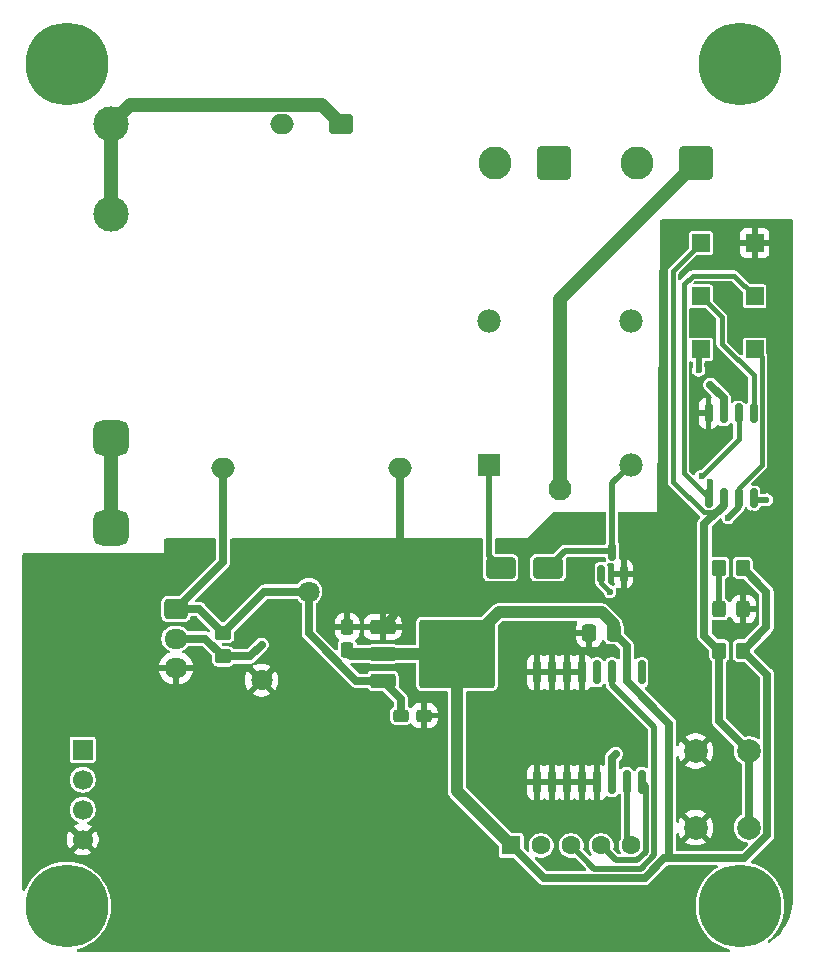
<source format=gbr>
%TF.GenerationSoftware,KiCad,Pcbnew,9.0.7-9.0.7~ubuntu22.04.1*%
%TF.CreationDate,2026-01-30T05:50:44+05:30*%
%TF.ProjectId,SOLDERING_IRON_CONTROLLER,534f4c44-4552-4494-9e47-5f49524f4e5f,rev?*%
%TF.SameCoordinates,Original*%
%TF.FileFunction,Copper,L1,Top*%
%TF.FilePolarity,Positive*%
%FSLAX46Y46*%
G04 Gerber Fmt 4.6, Leading zero omitted, Abs format (unit mm)*
G04 Created by KiCad (PCBNEW 9.0.7-9.0.7~ubuntu22.04.1) date 2026-01-30 05:50:44*
%MOMM*%
%LPD*%
G01*
G04 APERTURE LIST*
G04 Aperture macros list*
%AMRoundRect*
0 Rectangle with rounded corners*
0 $1 Rounding radius*
0 $2 $3 $4 $5 $6 $7 $8 $9 X,Y pos of 4 corners*
0 Add a 4 corners polygon primitive as box body*
4,1,4,$2,$3,$4,$5,$6,$7,$8,$9,$2,$3,0*
0 Add four circle primitives for the rounded corners*
1,1,$1+$1,$2,$3*
1,1,$1+$1,$4,$5*
1,1,$1+$1,$6,$7*
1,1,$1+$1,$8,$9*
0 Add four rect primitives between the rounded corners*
20,1,$1+$1,$2,$3,$4,$5,0*
20,1,$1+$1,$4,$5,$6,$7,0*
20,1,$1+$1,$6,$7,$8,$9,0*
20,1,$1+$1,$8,$9,$2,$3,0*%
G04 Aperture macros list end*
%TA.AperFunction,ComponentPad*%
%ADD10RoundRect,0.750000X0.750000X-0.750000X0.750000X0.750000X-0.750000X0.750000X-0.750000X-0.750000X0*%
%TD*%
%TA.AperFunction,ComponentPad*%
%ADD11C,3.000000*%
%TD*%
%TA.AperFunction,SMDPad,CuDef*%
%ADD12RoundRect,0.250000X0.350000X0.450000X-0.350000X0.450000X-0.350000X-0.450000X0.350000X-0.450000X0*%
%TD*%
%TA.AperFunction,ComponentPad*%
%ADD13C,0.800000*%
%TD*%
%TA.AperFunction,ComponentPad*%
%ADD14C,7.000000*%
%TD*%
%TA.AperFunction,SMDPad,CuDef*%
%ADD15R,1.500000X1.500000*%
%TD*%
%TA.AperFunction,ComponentPad*%
%ADD16R,1.600000X1.600000*%
%TD*%
%TA.AperFunction,ComponentPad*%
%ADD17C,1.600000*%
%TD*%
%TA.AperFunction,SMDPad,CuDef*%
%ADD18RoundRect,0.150000X-0.150000X0.875000X-0.150000X-0.875000X0.150000X-0.875000X0.150000X0.875000X0*%
%TD*%
%TA.AperFunction,ComponentPad*%
%ADD19RoundRect,0.250001X1.149999X1.149999X-1.149999X1.149999X-1.149999X-1.149999X1.149999X-1.149999X0*%
%TD*%
%TA.AperFunction,ComponentPad*%
%ADD20C,2.800000*%
%TD*%
%TA.AperFunction,ComponentPad*%
%ADD21C,1.800000*%
%TD*%
%TA.AperFunction,ComponentPad*%
%ADD22RoundRect,0.250000X-0.750000X0.600000X-0.750000X-0.600000X0.750000X-0.600000X0.750000X0.600000X0*%
%TD*%
%TA.AperFunction,ComponentPad*%
%ADD23O,2.000000X1.700000*%
%TD*%
%TA.AperFunction,SMDPad,CuDef*%
%ADD24RoundRect,0.150000X0.150000X-0.587500X0.150000X0.587500X-0.150000X0.587500X-0.150000X-0.587500X0*%
%TD*%
%TA.AperFunction,SMDPad,CuDef*%
%ADD25RoundRect,0.162500X-0.162500X0.650000X-0.162500X-0.650000X0.162500X-0.650000X0.162500X0.650000X0*%
%TD*%
%TA.AperFunction,SMDPad,CuDef*%
%ADD26RoundRect,0.250000X-0.450000X0.350000X-0.450000X-0.350000X0.450000X-0.350000X0.450000X0.350000X0*%
%TD*%
%TA.AperFunction,ComponentPad*%
%ADD27RoundRect,0.250000X-0.725000X0.600000X-0.725000X-0.600000X0.725000X-0.600000X0.725000X0.600000X0*%
%TD*%
%TA.AperFunction,ComponentPad*%
%ADD28O,1.950000X1.700000*%
%TD*%
%TA.AperFunction,ComponentPad*%
%ADD29R,1.980000X1.980000*%
%TD*%
%TA.AperFunction,ComponentPad*%
%ADD30C,1.980000*%
%TD*%
%TA.AperFunction,ComponentPad*%
%ADD31C,1.935000*%
%TD*%
%TA.AperFunction,ComponentPad*%
%ADD32C,2.000000*%
%TD*%
%TA.AperFunction,ComponentPad*%
%ADD33R,1.700000X1.700000*%
%TD*%
%TA.AperFunction,ComponentPad*%
%ADD34C,1.700000*%
%TD*%
%TA.AperFunction,SMDPad,CuDef*%
%ADD35RoundRect,0.250000X0.325000X0.450000X-0.325000X0.450000X-0.325000X-0.450000X0.325000X-0.450000X0*%
%TD*%
%TA.AperFunction,SMDPad,CuDef*%
%ADD36RoundRect,0.250000X-0.850000X-0.350000X0.850000X-0.350000X0.850000X0.350000X-0.850000X0.350000X0*%
%TD*%
%TA.AperFunction,SMDPad,CuDef*%
%ADD37RoundRect,0.249997X-2.950003X-2.650003X2.950003X-2.650003X2.950003X2.650003X-2.950003X2.650003X0*%
%TD*%
%TA.AperFunction,SMDPad,CuDef*%
%ADD38RoundRect,0.250000X0.295000X-0.407500X0.295000X0.407500X-0.295000X0.407500X-0.295000X-0.407500X0*%
%TD*%
%TA.AperFunction,SMDPad,CuDef*%
%ADD39RoundRect,0.250000X1.000000X0.650000X-1.000000X0.650000X-1.000000X-0.650000X1.000000X-0.650000X0*%
%TD*%
%TA.AperFunction,SMDPad,CuDef*%
%ADD40RoundRect,0.250000X-0.407500X-0.295000X0.407500X-0.295000X0.407500X0.295000X-0.407500X0.295000X0*%
%TD*%
%TA.AperFunction,SMDPad,CuDef*%
%ADD41RoundRect,0.250000X0.337500X0.475000X-0.337500X0.475000X-0.337500X-0.475000X0.337500X-0.475000X0*%
%TD*%
%TA.AperFunction,ViaPad*%
%ADD42C,0.600000*%
%TD*%
%TA.AperFunction,ViaPad*%
%ADD43C,0.800000*%
%TD*%
%TA.AperFunction,Conductor*%
%ADD44C,0.500000*%
%TD*%
%TA.AperFunction,Conductor*%
%ADD45C,0.700000*%
%TD*%
%TA.AperFunction,Conductor*%
%ADD46C,1.000000*%
%TD*%
%TA.AperFunction,Conductor*%
%ADD47C,1.200000*%
%TD*%
%TA.AperFunction,Conductor*%
%ADD48C,0.400000*%
%TD*%
G04 APERTURE END LIST*
D10*
%TO.P,F1,1*%
%TO.N,LIVE*%
X129750000Y-91370000D03*
X129750000Y-83750000D03*
D11*
%TO.P,F1,2*%
%TO.N,FUSED_LIVE*%
X129750000Y-64780000D03*
X129750000Y-57160000D03*
%TD*%
D12*
%TO.P,R1,1*%
%TO.N,3V3*%
X183260000Y-101735000D03*
%TO.P,R1,2*%
%TO.N,/SW*%
X181260000Y-101735000D03*
%TD*%
D13*
%TO.P,H3,1*%
%TO.N,N/C*%
X183010000Y-120735000D03*
X184866155Y-121503845D03*
X181153845Y-121503845D03*
X185635000Y-123360000D03*
D14*
X183010000Y-123360000D03*
D13*
X180385000Y-123360000D03*
X184866155Y-125216155D03*
X181153845Y-125216155D03*
X183010000Y-125985000D03*
%TD*%
D15*
%TO.P,VCC1,1,1*%
%TO.N,5V*%
X179710000Y-76235000D03*
%TD*%
%TO.P,RESET1,1,1*%
%TO.N,/RST*%
X179710000Y-71735000D03*
%TD*%
%TO.P,MISO1,1,1*%
%TO.N,/SW*%
X179710000Y-67235000D03*
%TD*%
D16*
%TO.P,RN1,1,common*%
%TO.N,3V3*%
X163640000Y-118235000D03*
D17*
%TO.P,RN1,2,R1*%
%TO.N,unconnected-(RN1-R1-Pad2)*%
X166180000Y-118235000D03*
%TO.P,RN1,3,R2*%
%TO.N,INT*%
X168720000Y-118235000D03*
%TO.P,RN1,4,R3*%
%TO.N,SCL*%
X171260000Y-118235000D03*
%TO.P,RN1,5,R4*%
%TO.N,SDA*%
X173800000Y-118235000D03*
%TD*%
D18*
%TO.P,U3,1,32KHZ*%
%TO.N,unconnected-(U3-32KHZ-Pad1)*%
X174705000Y-103585000D03*
%TO.P,U3,2,VCC*%
%TO.N,3V3*%
X173435000Y-103585000D03*
%TO.P,U3,3,~{INT}/SQW*%
%TO.N,INT*%
X172165000Y-103585000D03*
%TO.P,U3,4,~{RST}*%
%TO.N,unconnected-(U3-~{RST}-Pad4)*%
X170895000Y-103585000D03*
%TO.P,U3,5,GND*%
%TO.N,GND*%
X169625000Y-103585000D03*
%TO.P,U3,6,GND*%
X168355000Y-103585000D03*
%TO.P,U3,7,GND*%
X167085000Y-103585000D03*
%TO.P,U3,8,GND*%
X165815000Y-103585000D03*
%TO.P,U3,9,GND*%
X165815000Y-112885000D03*
%TO.P,U3,10,GND*%
X167085000Y-112885000D03*
%TO.P,U3,11,GND*%
X168355000Y-112885000D03*
%TO.P,U3,12,GND*%
X169625000Y-112885000D03*
%TO.P,U3,13,GND*%
X170895000Y-112885000D03*
%TO.P,U3,14,VBAT*%
%TO.N,VBAT*%
X172165000Y-112885000D03*
%TO.P,U3,15,SDA*%
%TO.N,SDA*%
X173435000Y-112885000D03*
%TO.P,U3,16,SCL*%
%TO.N,SCL*%
X174705000Y-112885000D03*
%TD*%
D15*
%TO.P,GND1,1,1*%
%TO.N,GND*%
X184260000Y-67235000D03*
%TD*%
D19*
%TO.P,J3,1,Pin_1*%
%TO.N,/LIVE1*%
X167260000Y-60485000D03*
D20*
%TO.P,J3,2,Pin_2*%
%TO.N,NEUTRAL*%
X162260000Y-60485000D03*
%TD*%
D21*
%TO.P,RV1,1*%
%TO.N,5V*%
X146510000Y-96735000D03*
%TO.P,RV1,2*%
%TO.N,GND*%
X142510000Y-104235000D03*
%TD*%
D22*
%TO.P,PS1,1,AC/L*%
%TO.N,FUSED_LIVE*%
X149260000Y-57155000D03*
D23*
%TO.P,PS1,2,AC/N*%
%TO.N,NEUTRAL*%
X144260000Y-57155000D03*
%TO.P,PS1,3,-Vout*%
%TO.N,GND*%
X154260000Y-86235000D03*
%TO.P,PS1,4,+Vout*%
%TO.N,5V*%
X139260000Y-86235000D03*
%TD*%
D12*
%TO.P,R2,1*%
%TO.N,3V3*%
X183260000Y-94735000D03*
%TO.P,R2,2*%
%TO.N,Net-(D2-A)*%
X181260000Y-94735000D03*
%TD*%
D24*
%TO.P,Q1,1,G*%
%TO.N,REL1*%
X171260000Y-95235000D03*
%TO.P,Q1,2,S*%
%TO.N,GND*%
X173160000Y-95235000D03*
%TO.P,Q1,3,D*%
%TO.N,/MOS_1*%
X172210000Y-93360000D03*
%TD*%
D25*
%TO.P,U1,1,~{RESET}/PB5*%
%TO.N,/RST*%
X184165000Y-81647500D03*
%TO.P,U1,2,XTAL1/PB3*%
%TO.N,REL1*%
X182895000Y-81647500D03*
%TO.P,U1,3,XTAL2/PB4*%
%TO.N,/TEMP*%
X181625000Y-81647500D03*
%TO.P,U1,4,GND*%
%TO.N,GND*%
X180355000Y-81647500D03*
%TO.P,U1,5,AREF/PB0*%
%TO.N,SDA*%
X180355000Y-88822500D03*
%TO.P,U1,6,PB1*%
%TO.N,/SW*%
X181625000Y-88822500D03*
%TO.P,U1,7,PB2*%
%TO.N,SCL*%
X182895000Y-88822500D03*
%TO.P,U1,8,VCC*%
%TO.N,5V*%
X184165000Y-88822500D03*
%TD*%
D26*
%TO.P,R3,1*%
%TO.N,5V*%
X139260000Y-100235000D03*
%TO.P,R3,2*%
%TO.N,/TEMP*%
X139260000Y-102235000D03*
%TD*%
D27*
%TO.P,J4,1,Pin_1*%
%TO.N,5V*%
X135260000Y-98217500D03*
D28*
%TO.P,J4,2,Pin_2*%
%TO.N,/TEMP*%
X135260000Y-100717500D03*
%TO.P,J4,3,Pin_3*%
%TO.N,GND*%
X135260000Y-103217500D03*
%TD*%
D29*
%TO.P,K1,A1*%
%TO.N,5V*%
X161760000Y-86020000D03*
D30*
%TO.P,K1,A2*%
%TO.N,/MOS_1*%
X173760000Y-86020000D03*
D31*
%TO.P,K1,COM*%
%TO.N,LIVE*%
X167760000Y-88020000D03*
D30*
%TO.P,K1,NC*%
%TO.N,unconnected-(K1-PadNC)*%
X161760000Y-73820000D03*
%TO.P,K1,NO*%
%TO.N,/LIVE1*%
X173760000Y-73820000D03*
%TD*%
D32*
%TO.P,SW1,1,1*%
%TO.N,/SW*%
X183760000Y-110235000D03*
X183760000Y-116735000D03*
%TO.P,SW1,2,2*%
%TO.N,GND*%
X179260000Y-110235000D03*
X179260000Y-116735000D03*
%TD*%
D15*
%TO.P,SCK1,1,1*%
%TO.N,SCL*%
X184260000Y-76235000D03*
%TD*%
D13*
%TO.P,H1,1*%
%TO.N,N/C*%
X183010000Y-49485000D03*
X184866155Y-50253845D03*
X181153845Y-50253845D03*
X185635000Y-52110000D03*
D14*
X183010000Y-52110000D03*
D13*
X180385000Y-52110000D03*
X184866155Y-53966155D03*
X181153845Y-53966155D03*
X183010000Y-54735000D03*
%TD*%
D33*
%TO.P,J1,1,Pin_1*%
%TO.N,SDA*%
X127360000Y-110115000D03*
D34*
%TO.P,J1,2,Pin_2*%
%TO.N,SCL*%
X127360000Y-112655000D03*
%TO.P,J1,3,Pin_3*%
%TO.N,5V*%
X127360000Y-115195000D03*
%TO.P,J1,4,Pin_4*%
%TO.N,GND*%
X127360000Y-117735000D03*
%TD*%
D15*
%TO.P,MOSI1,1,1*%
%TO.N,SDA*%
X184260000Y-71735000D03*
%TD*%
D19*
%TO.P,J5,1,Pin_1*%
%TO.N,LIVE*%
X179260000Y-60485000D03*
D20*
%TO.P,J5,2,Pin_2*%
%TO.N,NEUTRAL*%
X174260000Y-60485000D03*
%TD*%
D35*
%TO.P,D2,1,K*%
%TO.N,GND*%
X183310000Y-98235000D03*
%TO.P,D2,2,A*%
%TO.N,Net-(D2-A)*%
X181260000Y-98235000D03*
%TD*%
D36*
%TO.P,U2,1,GND*%
%TO.N,GND*%
X152760000Y-99735000D03*
%TO.P,U2,2,VO*%
%TO.N,3V3*%
X152760000Y-102015000D03*
D37*
X159060000Y-102015000D03*
D36*
%TO.P,U2,3,VI*%
%TO.N,5V*%
X152760000Y-104295000D03*
%TD*%
D13*
%TO.P,H2,1*%
%TO.N,N/C*%
X126010000Y-49485000D03*
X127866155Y-50253845D03*
X124153845Y-50253845D03*
X128635000Y-52110000D03*
D14*
X126010000Y-52110000D03*
D13*
X123385000Y-52110000D03*
X127866155Y-53966155D03*
X124153845Y-53966155D03*
X126010000Y-54735000D03*
%TD*%
%TO.P,H4,1*%
%TO.N,N/C*%
X126010000Y-120735000D03*
X127866155Y-121503845D03*
X124153845Y-121503845D03*
X128635000Y-123360000D03*
D14*
X126010000Y-123360000D03*
D13*
X123385000Y-123360000D03*
X127866155Y-125216155D03*
X124153845Y-125216155D03*
X126010000Y-125985000D03*
%TD*%
D38*
%TO.P,C2,1*%
%TO.N,3V3*%
X149760000Y-101690000D03*
%TO.P,C2,2*%
%TO.N,GND*%
X149760000Y-99735000D03*
%TD*%
D39*
%TO.P,D1,1,K*%
%TO.N,/MOS_1*%
X166760000Y-94735000D03*
%TO.P,D1,2,A*%
%TO.N,5V*%
X162760000Y-94735000D03*
%TD*%
D40*
%TO.P,C1,1*%
%TO.N,5V*%
X154305000Y-107235000D03*
%TO.P,C1,2*%
%TO.N,GND*%
X156260000Y-107235000D03*
%TD*%
D41*
%TO.P,C3,1*%
%TO.N,3V3*%
X172335000Y-100235000D03*
%TO.P,C3,2*%
%TO.N,GND*%
X170260000Y-100235000D03*
%TD*%
D42*
%TO.N,5V*%
X179510000Y-77985000D03*
X185260000Y-88985000D03*
D43*
%TO.N,GND*%
X174760000Y-109985000D03*
X184010000Y-90235000D03*
X186510000Y-108485000D03*
X181260000Y-83735000D03*
D42*
%TO.N,SDA*%
X180510000Y-87485000D03*
%TO.N,SCL*%
X182010000Y-90485000D03*
%TO.N,VBAT*%
X172510000Y-110485000D03*
%TO.N,/TEMP*%
X180510000Y-79235000D03*
X142510000Y-101235000D03*
%TO.N,REL1*%
X179760000Y-86985000D03*
X172010000Y-96735000D03*
%TD*%
D44*
%TO.N,5V*%
X161760000Y-93735000D02*
X162760000Y-94735000D01*
X179510000Y-76435000D02*
X179710000Y-76235000D01*
X184327500Y-88985000D02*
X184165000Y-88822500D01*
D45*
X154305000Y-107235000D02*
X154305000Y-105840000D01*
D44*
X161760000Y-86020000D02*
X161760000Y-93735000D01*
D45*
X135260000Y-98217500D02*
X137242500Y-98217500D01*
D44*
X185260000Y-88985000D02*
X184327500Y-88985000D01*
D45*
X142760000Y-96735000D02*
X139260000Y-100235000D01*
X139260000Y-94217500D02*
X135260000Y-98217500D01*
X139260000Y-86235000D02*
X139260000Y-94217500D01*
X146510000Y-96735000D02*
X146510000Y-100282212D01*
X154305000Y-105840000D02*
X152760000Y-104295000D01*
D44*
X179510000Y-77985000D02*
X179510000Y-76435000D01*
D45*
X146510000Y-100282212D02*
X150522788Y-104295000D01*
X150522788Y-104295000D02*
X152760000Y-104295000D01*
X137242500Y-98217500D02*
X139260000Y-100235000D01*
X146510000Y-96735000D02*
X142760000Y-96735000D01*
%TO.N,GND*%
X154260000Y-98235000D02*
X152760000Y-99735000D01*
X154260000Y-86235000D02*
X154260000Y-98235000D01*
%TO.N,3V3*%
X172335000Y-100235000D02*
X173435000Y-101335000D01*
D46*
X162590000Y-98485000D02*
X171310000Y-98485000D01*
X159060000Y-102015000D02*
X152760000Y-102015000D01*
D45*
X173435000Y-104335522D02*
X173435000Y-103585000D01*
X173435000Y-101335000D02*
X173435000Y-103585000D01*
X177010000Y-119309000D02*
X176619331Y-119309000D01*
D46*
X159060000Y-102015000D02*
X159060000Y-113655000D01*
D45*
X185260000Y-99735000D02*
X185260000Y-96735000D01*
X183260000Y-101735000D02*
X185311000Y-103786000D01*
D46*
X171310000Y-98485000D02*
X172335000Y-99510000D01*
D45*
X176619331Y-119309000D02*
X174940331Y-120988000D01*
X177010000Y-119309000D02*
X177010000Y-107910522D01*
X185311000Y-103786000D02*
X185311000Y-117377446D01*
X185260000Y-96735000D02*
X183260000Y-94735000D01*
D46*
X159060000Y-113655000D02*
X163640000Y-118235000D01*
X172335000Y-99510000D02*
X172335000Y-100235000D01*
D45*
X183379446Y-119309000D02*
X177010000Y-119309000D01*
X166393000Y-120988000D02*
X163640000Y-118235000D01*
D46*
X152760000Y-102015000D02*
X150085000Y-102015000D01*
X150085000Y-102015000D02*
X149760000Y-101690000D01*
X159060000Y-102015000D02*
X162590000Y-98485000D01*
D45*
X177010000Y-107910522D02*
X173435000Y-104335522D01*
X183260000Y-101735000D02*
X185260000Y-99735000D01*
X185311000Y-117377446D02*
X183379446Y-119309000D01*
X174940331Y-120988000D02*
X166393000Y-120988000D01*
D44*
%TO.N,/MOS_1*%
X172210000Y-93360000D02*
X172210000Y-87570000D01*
X172210000Y-93360000D02*
X172135000Y-93285000D01*
X168210000Y-93285000D02*
X166760000Y-94735000D01*
X172210000Y-87570000D02*
X173760000Y-86020000D01*
X172135000Y-93285000D02*
X168210000Y-93285000D01*
%TO.N,Net-(D2-A)*%
X181260000Y-98235000D02*
X181260000Y-94735000D01*
D47*
%TO.N,FUSED_LIVE*%
X129750000Y-64780000D02*
X129750000Y-57160000D01*
X149260000Y-57155000D02*
X147609000Y-55504000D01*
X131406000Y-55504000D02*
X129750000Y-57160000D01*
X147609000Y-55504000D02*
X131406000Y-55504000D01*
%TO.N,LIVE*%
X129750000Y-83750000D02*
X129750000Y-91370000D01*
X167760000Y-71985000D02*
X179260000Y-60485000D01*
X167760000Y-88020000D02*
X167760000Y-71985000D01*
D48*
%TO.N,SDA*%
X178260000Y-86727500D02*
X180355000Y-88822500D01*
X178260000Y-70735000D02*
X178260000Y-86727500D01*
D44*
X180510000Y-87485000D02*
X180510000Y-88667500D01*
D48*
X182510000Y-69985000D02*
X179010000Y-69985000D01*
X184260000Y-71735000D02*
X182510000Y-69985000D01*
D44*
X173435000Y-112885000D02*
X173435000Y-117870000D01*
D48*
X179010000Y-69985000D02*
X178260000Y-70735000D01*
D44*
X173435000Y-117870000D02*
X173800000Y-118235000D01*
X180510000Y-88667500D02*
X180355000Y-88822500D01*
D48*
%TO.N,SCL*%
X184891000Y-76866000D02*
X184891000Y-86014001D01*
X184260000Y-76235000D02*
X184891000Y-76866000D01*
D44*
X172511000Y-119486000D02*
X174318182Y-119486000D01*
X171260000Y-118235000D02*
X172511000Y-119486000D01*
X175051000Y-113231000D02*
X174705000Y-112885000D01*
X175051000Y-118753182D02*
X175051000Y-113231000D01*
D48*
X182895000Y-88010001D02*
X182895000Y-88822500D01*
D44*
X174318182Y-119486000D02*
X175051000Y-118753182D01*
X182010000Y-90485000D02*
X182895000Y-89600000D01*
D48*
X184891000Y-86014001D02*
X182895000Y-88010001D01*
D44*
X182895000Y-89600000D02*
X182895000Y-88822500D01*
D45*
%TO.N,VBAT*%
X172165000Y-112885000D02*
X172165000Y-110830000D01*
X172165000Y-110830000D02*
X172510000Y-110485000D01*
%TO.N,/TEMP*%
X135260000Y-100717500D02*
X137742500Y-100717500D01*
X181625000Y-80350000D02*
X180510000Y-79235000D01*
X139260000Y-102235000D02*
X141510000Y-102235000D01*
X181625000Y-81647500D02*
X181625000Y-80350000D01*
X141510000Y-102235000D02*
X142510000Y-101235000D01*
X137742500Y-100717500D02*
X139260000Y-102235000D01*
%TO.N,/SW*%
X183760000Y-110235000D02*
X181260000Y-107735000D01*
D48*
X181625000Y-89620000D02*
X181625000Y-88822500D01*
D45*
X183760000Y-110235000D02*
X183760000Y-116735000D01*
D48*
X177357000Y-87438412D02*
X177357000Y-69588000D01*
X177357000Y-87438412D02*
X179954588Y-90036000D01*
D45*
X180010000Y-100485000D02*
X180010000Y-90994000D01*
X181625000Y-89379000D02*
X181625000Y-88822500D01*
D48*
X181209000Y-90036000D02*
X181625000Y-89620000D01*
X179954588Y-90036000D02*
X181209000Y-90036000D01*
D45*
X181260000Y-107735000D02*
X181260000Y-101735000D01*
X181260000Y-101735000D02*
X180010000Y-100485000D01*
D48*
X177357000Y-69588000D02*
X179710000Y-67235000D01*
D45*
X180010000Y-90994000D02*
X181625000Y-89379000D01*
D48*
%TO.N,REL1*%
X171260000Y-95235000D02*
X171260000Y-95985000D01*
X182895000Y-83850000D02*
X179760000Y-86985000D01*
X171260000Y-95985000D02*
X172010000Y-96735000D01*
X182895000Y-81647500D02*
X182895000Y-83850000D01*
%TO.N,/RST*%
X181460000Y-73485000D02*
X181460000Y-75737000D01*
X181460000Y-75737000D02*
X184165000Y-78442000D01*
X179710000Y-71735000D02*
X181460000Y-73485000D01*
X184165000Y-78442000D02*
X184165000Y-81647500D01*
D44*
%TO.N,INT*%
X172165000Y-104609999D02*
X172165000Y-103585000D01*
X168720000Y-118235000D02*
X170672000Y-120187000D01*
X175752000Y-119043546D02*
X175752000Y-108196999D01*
X174608546Y-120187000D02*
X175752000Y-119043546D01*
X175752000Y-108196999D02*
X172165000Y-104609999D01*
X170672000Y-120187000D02*
X174608546Y-120187000D01*
%TD*%
%TA.AperFunction,Conductor*%
%TO.N,GND*%
G36*
X138602539Y-92254685D02*
G01*
X138648294Y-92307489D01*
X138659500Y-92359000D01*
X138659500Y-93917402D01*
X138639815Y-93984441D01*
X138623181Y-94005083D01*
X135547582Y-97080681D01*
X135486259Y-97114166D01*
X135459901Y-97117000D01*
X134487129Y-97117000D01*
X134487123Y-97117001D01*
X134427516Y-97123408D01*
X134292671Y-97173702D01*
X134292664Y-97173706D01*
X134177455Y-97259952D01*
X134177452Y-97259955D01*
X134091206Y-97375164D01*
X134091202Y-97375171D01*
X134040908Y-97510017D01*
X134034501Y-97569616D01*
X134034500Y-97569635D01*
X134034500Y-98865370D01*
X134034501Y-98865376D01*
X134040908Y-98924983D01*
X134091202Y-99059828D01*
X134091206Y-99059835D01*
X134177452Y-99175044D01*
X134177455Y-99175047D01*
X134292664Y-99261293D01*
X134292671Y-99261297D01*
X134427517Y-99311591D01*
X134427516Y-99311591D01*
X134434444Y-99312335D01*
X134487127Y-99318000D01*
X136032872Y-99317999D01*
X136092483Y-99311591D01*
X136227331Y-99261296D01*
X136342546Y-99175046D01*
X136428796Y-99059831D01*
X136479091Y-98924983D01*
X136479091Y-98924981D01*
X136480874Y-98917438D01*
X136483146Y-98917974D01*
X136505429Y-98864188D01*
X136562823Y-98824343D01*
X136601976Y-98818000D01*
X136942403Y-98818000D01*
X137009442Y-98837685D01*
X137030084Y-98854319D01*
X138158638Y-99982873D01*
X138167869Y-99999778D01*
X138181165Y-100013719D01*
X138184268Y-100029812D01*
X138192123Y-100044196D01*
X138190748Y-100063409D01*
X138194397Y-100082324D01*
X138188308Y-100097539D01*
X138187139Y-100113888D01*
X138175594Y-100129308D01*
X138168438Y-100147193D01*
X138155087Y-100156702D01*
X138145267Y-100169821D01*
X138127220Y-100176552D01*
X138111529Y-100187729D01*
X138095157Y-100188511D01*
X138079803Y-100194238D01*
X138066008Y-100191237D01*
X138066008Y-100191697D01*
X138066007Y-100191697D01*
X138060327Y-100190175D01*
X138041739Y-100191063D01*
X138013796Y-100179879D01*
X138011530Y-100179386D01*
X138008971Y-100177949D01*
X138006551Y-100176552D01*
X138004013Y-100175086D01*
X138004014Y-100175085D01*
X138004006Y-100175083D01*
X137974285Y-100157923D01*
X137821557Y-100116999D01*
X137663443Y-100116999D01*
X137655847Y-100116999D01*
X137655831Y-100117000D01*
X136372185Y-100117000D01*
X136305146Y-100097315D01*
X136271867Y-100065886D01*
X136224414Y-100000572D01*
X136101928Y-99878086D01*
X135961788Y-99776268D01*
X135807445Y-99697627D01*
X135642701Y-99644098D01*
X135642699Y-99644097D01*
X135642698Y-99644097D01*
X135511271Y-99623281D01*
X135471611Y-99617000D01*
X135048389Y-99617000D01*
X135008728Y-99623281D01*
X134877302Y-99644097D01*
X134712552Y-99697628D01*
X134558211Y-99776268D01*
X134506201Y-99814056D01*
X134418072Y-99878086D01*
X134418070Y-99878088D01*
X134418069Y-99878088D01*
X134295588Y-100000569D01*
X134295588Y-100000570D01*
X134295586Y-100000572D01*
X134274342Y-100029812D01*
X134193768Y-100140711D01*
X134115128Y-100295052D01*
X134061597Y-100459802D01*
X134034500Y-100630889D01*
X134034500Y-100804110D01*
X134061183Y-100972585D01*
X134061598Y-100975201D01*
X134115127Y-101139945D01*
X134193768Y-101294288D01*
X134295586Y-101434428D01*
X134418072Y-101556914D01*
X134482491Y-101603717D01*
X134558213Y-101658733D01*
X134682999Y-101722314D01*
X134733796Y-101770288D01*
X134750591Y-101838109D01*
X134728054Y-101904244D01*
X134673339Y-101947696D01*
X134665024Y-101950730D01*
X134616781Y-101966405D01*
X134427442Y-102062879D01*
X134255540Y-102187772D01*
X134255535Y-102187776D01*
X134105276Y-102338035D01*
X134105272Y-102338040D01*
X133980379Y-102509942D01*
X133883904Y-102699282D01*
X133818242Y-102901370D01*
X133818242Y-102901373D01*
X133807769Y-102967500D01*
X134855854Y-102967500D01*
X134817370Y-103034157D01*
X134785000Y-103154965D01*
X134785000Y-103280035D01*
X134817370Y-103400843D01*
X134855854Y-103467500D01*
X133807769Y-103467500D01*
X133818242Y-103533626D01*
X133818242Y-103533629D01*
X133883904Y-103735717D01*
X133980379Y-103925057D01*
X134105272Y-104096959D01*
X134105276Y-104096964D01*
X134255535Y-104247223D01*
X134255540Y-104247227D01*
X134427442Y-104372120D01*
X134616782Y-104468595D01*
X134818872Y-104534257D01*
X135010000Y-104564529D01*
X135010000Y-103621645D01*
X135076657Y-103660130D01*
X135197465Y-103692500D01*
X135322535Y-103692500D01*
X135443343Y-103660130D01*
X135510000Y-103621645D01*
X135510000Y-104564528D01*
X135701127Y-104534257D01*
X135903217Y-104468595D01*
X136092557Y-104372120D01*
X136264459Y-104247227D01*
X136264464Y-104247223D01*
X136414723Y-104096964D01*
X136414727Y-104096959D01*
X136450981Y-104047061D01*
X136539620Y-103925057D01*
X136636095Y-103735717D01*
X136701757Y-103533629D01*
X136701757Y-103533626D01*
X136712231Y-103467500D01*
X135664146Y-103467500D01*
X135702630Y-103400843D01*
X135735000Y-103280035D01*
X135735000Y-103154965D01*
X135702630Y-103034157D01*
X135664146Y-102967500D01*
X136712231Y-102967500D01*
X136701757Y-102901373D01*
X136701757Y-102901370D01*
X136636095Y-102699282D01*
X136539620Y-102509942D01*
X136414727Y-102338040D01*
X136414723Y-102338035D01*
X136264464Y-102187776D01*
X136264459Y-102187772D01*
X136092557Y-102062879D01*
X135903217Y-101966404D01*
X135854976Y-101950730D01*
X135797301Y-101911293D01*
X135770102Y-101846934D01*
X135782016Y-101778088D01*
X135829261Y-101726612D01*
X135837000Y-101722314D01*
X135961786Y-101658733D01*
X135961785Y-101658733D01*
X135961788Y-101658732D01*
X136101928Y-101556914D01*
X136224414Y-101434428D01*
X136271868Y-101369113D01*
X136327197Y-101326449D01*
X136372185Y-101318000D01*
X137442403Y-101318000D01*
X137509442Y-101337685D01*
X137530084Y-101354319D01*
X138273181Y-102097416D01*
X138306666Y-102158739D01*
X138309500Y-102185097D01*
X138309500Y-102632870D01*
X138309501Y-102632876D01*
X138315908Y-102692483D01*
X138366202Y-102827328D01*
X138366206Y-102827335D01*
X138452452Y-102942544D01*
X138452455Y-102942547D01*
X138567664Y-103028793D01*
X138567671Y-103028797D01*
X138702517Y-103079091D01*
X138702516Y-103079091D01*
X138709444Y-103079835D01*
X138762127Y-103085500D01*
X139757872Y-103085499D01*
X139817483Y-103079091D01*
X139952331Y-103028796D01*
X140067546Y-102942546D01*
X140098368Y-102901373D01*
X140110485Y-102885188D01*
X140166419Y-102843318D01*
X140209751Y-102835500D01*
X141423331Y-102835500D01*
X141423347Y-102835501D01*
X141430943Y-102835501D01*
X141589054Y-102835501D01*
X141589057Y-102835501D01*
X141681696Y-102810678D01*
X141751544Y-102812341D01*
X141809407Y-102851503D01*
X141836911Y-102915731D01*
X141825325Y-102984634D01*
X141780043Y-103034560D01*
X141780181Y-103034749D01*
X141779276Y-103035406D01*
X141778570Y-103036185D01*
X141776236Y-103037614D01*
X141712485Y-103083931D01*
X141712485Y-103083932D01*
X142463553Y-103835000D01*
X142457339Y-103835000D01*
X142355606Y-103862259D01*
X142264394Y-103914920D01*
X142189920Y-103989394D01*
X142137259Y-104080606D01*
X142110000Y-104182339D01*
X142110000Y-104188553D01*
X141358932Y-103437485D01*
X141358931Y-103437485D01*
X141312616Y-103501233D01*
X141212567Y-103697589D01*
X141144473Y-103907164D01*
X141110000Y-104124818D01*
X141110000Y-104345181D01*
X141144473Y-104562835D01*
X141212567Y-104772410D01*
X141312611Y-104968756D01*
X141358932Y-105032513D01*
X142110000Y-104281445D01*
X142110000Y-104287661D01*
X142137259Y-104389394D01*
X142189920Y-104480606D01*
X142264394Y-104555080D01*
X142355606Y-104607741D01*
X142457339Y-104635000D01*
X142463553Y-104635000D01*
X141712485Y-105386065D01*
X141712485Y-105386066D01*
X141776243Y-105432388D01*
X141972589Y-105532432D01*
X142182164Y-105600526D01*
X142399819Y-105635000D01*
X142620181Y-105635000D01*
X142837835Y-105600526D01*
X143047410Y-105532432D01*
X143243760Y-105432386D01*
X143307513Y-105386066D01*
X143307514Y-105386066D01*
X142556447Y-104635000D01*
X142562661Y-104635000D01*
X142664394Y-104607741D01*
X142755606Y-104555080D01*
X142830080Y-104480606D01*
X142882741Y-104389394D01*
X142910000Y-104287661D01*
X142910000Y-104281448D01*
X143661066Y-105032514D01*
X143661066Y-105032513D01*
X143707386Y-104968760D01*
X143807432Y-104772410D01*
X143875526Y-104562835D01*
X143910000Y-104345181D01*
X143910000Y-104124818D01*
X143875526Y-103907164D01*
X143807432Y-103697589D01*
X143707388Y-103501243D01*
X143661066Y-103437485D01*
X143661065Y-103437485D01*
X142910000Y-104188551D01*
X142910000Y-104182339D01*
X142882741Y-104080606D01*
X142830080Y-103989394D01*
X142755606Y-103914920D01*
X142664394Y-103862259D01*
X142562661Y-103835000D01*
X142556445Y-103835000D01*
X143307513Y-103083932D01*
X143243756Y-103037611D01*
X143047410Y-102937567D01*
X142837835Y-102869473D01*
X142620181Y-102835000D01*
X142399819Y-102835000D01*
X142182162Y-102869473D01*
X141994180Y-102930551D01*
X141987547Y-102930740D01*
X141981710Y-102933896D01*
X141953060Y-102931725D01*
X141924339Y-102932546D01*
X141918656Y-102929119D01*
X141912040Y-102928618D01*
X141889111Y-102911302D01*
X141864506Y-102896465D01*
X141861578Y-102890510D01*
X141856284Y-102886512D01*
X141846357Y-102859551D01*
X141833679Y-102833764D01*
X141834435Y-102827171D01*
X141832143Y-102820945D01*
X141838368Y-102792895D01*
X141841644Y-102764350D01*
X141846198Y-102757616D01*
X141847282Y-102752735D01*
X141857678Y-102740645D01*
X141868552Y-102724570D01*
X141876232Y-102716953D01*
X141878716Y-102715520D01*
X141990520Y-102603716D01*
X141990521Y-102603713D01*
X142990520Y-101603716D01*
X143069577Y-101466784D01*
X143110501Y-101314057D01*
X143110501Y-101155942D01*
X143069577Y-101003215D01*
X142990520Y-100866284D01*
X142878716Y-100754480D01*
X142741785Y-100675423D01*
X142589058Y-100634499D01*
X142430943Y-100634499D01*
X142369631Y-100650928D01*
X142278214Y-100675423D01*
X142278209Y-100675426D01*
X142141290Y-100754475D01*
X142141282Y-100754481D01*
X141297584Y-101598181D01*
X141236261Y-101631666D01*
X141209903Y-101634500D01*
X140209751Y-101634500D01*
X140142712Y-101614815D01*
X140110485Y-101584812D01*
X140067548Y-101527457D01*
X140067546Y-101527454D01*
X140067542Y-101527451D01*
X139952335Y-101441206D01*
X139952328Y-101441202D01*
X139817482Y-101390908D01*
X139817483Y-101390908D01*
X139757883Y-101384501D01*
X139757881Y-101384500D01*
X139757873Y-101384500D01*
X139757865Y-101384500D01*
X139310097Y-101384500D01*
X139280656Y-101375855D01*
X139250670Y-101369332D01*
X139245654Y-101365577D01*
X139243058Y-101364815D01*
X139222416Y-101348181D01*
X139171415Y-101297180D01*
X139137930Y-101235857D01*
X139142914Y-101166165D01*
X139184786Y-101110232D01*
X139250250Y-101085815D01*
X139259096Y-101085499D01*
X139757871Y-101085499D01*
X139757872Y-101085499D01*
X139817483Y-101079091D01*
X139952331Y-101028796D01*
X140067546Y-100942546D01*
X140153796Y-100827331D01*
X140204091Y-100692483D01*
X140210500Y-100632873D01*
X140210499Y-100185095D01*
X140230183Y-100118057D01*
X140246813Y-100097420D01*
X142972416Y-97371819D01*
X143033739Y-97338334D01*
X143060097Y-97335500D01*
X145461011Y-97335500D01*
X145528050Y-97355185D01*
X145561330Y-97386616D01*
X145632443Y-97484497D01*
X145760502Y-97612556D01*
X145787681Y-97632302D01*
X145849913Y-97677516D01*
X145858384Y-97683670D01*
X145901051Y-97739000D01*
X145909500Y-97783989D01*
X145909500Y-100195542D01*
X145909499Y-100195560D01*
X145909499Y-100361266D01*
X145909498Y-100361266D01*
X145950423Y-100513998D01*
X145950424Y-100513999D01*
X145979325Y-100564057D01*
X146029480Y-100650928D01*
X146029482Y-100650930D01*
X146148349Y-100769797D01*
X146148355Y-100769802D01*
X150037927Y-104659374D01*
X150037937Y-104659385D01*
X150042267Y-104663715D01*
X150042268Y-104663716D01*
X150154072Y-104775520D01*
X150175766Y-104788045D01*
X150201990Y-104803185D01*
X150201989Y-104803185D01*
X150201992Y-104803186D01*
X150290997Y-104854574D01*
X150290998Y-104854574D01*
X150291003Y-104854577D01*
X150443730Y-104895500D01*
X150443731Y-104895500D01*
X151410249Y-104895500D01*
X151477288Y-104915185D01*
X151509515Y-104945188D01*
X151533843Y-104977685D01*
X151552454Y-105002546D01*
X151552457Y-105002548D01*
X151667664Y-105088793D01*
X151667671Y-105088797D01*
X151802517Y-105139091D01*
X151802516Y-105139091D01*
X151809444Y-105139835D01*
X151862127Y-105145500D01*
X152709902Y-105145499D01*
X152776941Y-105165183D01*
X152797583Y-105181818D01*
X153668181Y-106052416D01*
X153701666Y-106113739D01*
X153704500Y-106140097D01*
X153704500Y-106397206D01*
X153684815Y-106464245D01*
X153654814Y-106496469D01*
X153539954Y-106582454D01*
X153539953Y-106582455D01*
X153539952Y-106582456D01*
X153453706Y-106697664D01*
X153453702Y-106697671D01*
X153403410Y-106832513D01*
X153403409Y-106832517D01*
X153397000Y-106892127D01*
X153397000Y-106892134D01*
X153397000Y-106892135D01*
X153397000Y-107577870D01*
X153397001Y-107577876D01*
X153403408Y-107637483D01*
X153453702Y-107772328D01*
X153453706Y-107772335D01*
X153539952Y-107887544D01*
X153539955Y-107887547D01*
X153655164Y-107973793D01*
X153655171Y-107973797D01*
X153790017Y-108024091D01*
X153790016Y-108024091D01*
X153796944Y-108024835D01*
X153849627Y-108030500D01*
X154760372Y-108030499D01*
X154819983Y-108024091D01*
X154954831Y-107973796D01*
X155044749Y-107906482D01*
X155110213Y-107882066D01*
X155178486Y-107896917D01*
X155224598Y-107940653D01*
X155260180Y-107998340D01*
X155260183Y-107998344D01*
X155384154Y-108122315D01*
X155533375Y-108214356D01*
X155533380Y-108214358D01*
X155699802Y-108269505D01*
X155699809Y-108269506D01*
X155802519Y-108279999D01*
X156009999Y-108279999D01*
X156510000Y-108279999D01*
X156717472Y-108279999D01*
X156717486Y-108279998D01*
X156820197Y-108269505D01*
X156986619Y-108214358D01*
X156986624Y-108214356D01*
X157135845Y-108122315D01*
X157259815Y-107998345D01*
X157351856Y-107849124D01*
X157351858Y-107849119D01*
X157407005Y-107682697D01*
X157407006Y-107682690D01*
X157417499Y-107579986D01*
X157417500Y-107579973D01*
X157417500Y-107485000D01*
X156510000Y-107485000D01*
X156510000Y-108279999D01*
X156009999Y-108279999D01*
X156010000Y-108279998D01*
X156010000Y-106985000D01*
X156510000Y-106985000D01*
X157417499Y-106985000D01*
X157417499Y-106890028D01*
X157417498Y-106890013D01*
X157407005Y-106787302D01*
X157351858Y-106620880D01*
X157351856Y-106620875D01*
X157259815Y-106471654D01*
X157135845Y-106347684D01*
X156986624Y-106255643D01*
X156986619Y-106255641D01*
X156820197Y-106200494D01*
X156820190Y-106200493D01*
X156717486Y-106190000D01*
X156510000Y-106190000D01*
X156510000Y-106985000D01*
X156010000Y-106985000D01*
X156010000Y-106190000D01*
X155802529Y-106190000D01*
X155802512Y-106190001D01*
X155699802Y-106200494D01*
X155533380Y-106255641D01*
X155533375Y-106255643D01*
X155384154Y-106347684D01*
X155260183Y-106471655D01*
X155260180Y-106471659D01*
X155224598Y-106529347D01*
X155213739Y-106539113D01*
X155206740Y-106551932D01*
X155188285Y-106562008D01*
X155172650Y-106576072D01*
X155158233Y-106578417D01*
X155145417Y-106585416D01*
X155124443Y-106583915D01*
X155103688Y-106587293D01*
X155089038Y-106581383D01*
X155075725Y-106580431D01*
X155044749Y-106563516D01*
X154955189Y-106496471D01*
X154913318Y-106440538D01*
X154905500Y-106397205D01*
X154905500Y-105929059D01*
X154905501Y-105929046D01*
X154905501Y-105760945D01*
X154905501Y-105760943D01*
X154864577Y-105608215D01*
X154835639Y-105558095D01*
X154785520Y-105471284D01*
X154673716Y-105359480D01*
X154673715Y-105359479D01*
X154669385Y-105355149D01*
X154669374Y-105355139D01*
X154142412Y-104828177D01*
X154108927Y-104766854D01*
X154106804Y-104727245D01*
X154110500Y-104692873D01*
X154110499Y-103897128D01*
X154104091Y-103837517D01*
X154103152Y-103835000D01*
X154053797Y-103702671D01*
X154053793Y-103702664D01*
X153967547Y-103587455D01*
X153967544Y-103587452D01*
X153852335Y-103501206D01*
X153852328Y-103501202D01*
X153717482Y-103450908D01*
X153717483Y-103450908D01*
X153657883Y-103444501D01*
X153657881Y-103444500D01*
X153657873Y-103444500D01*
X153657864Y-103444500D01*
X151862129Y-103444500D01*
X151862123Y-103444501D01*
X151802516Y-103450908D01*
X151667671Y-103501202D01*
X151667664Y-103501206D01*
X151552457Y-103587451D01*
X151552451Y-103587457D01*
X151509515Y-103644812D01*
X151453581Y-103686682D01*
X151410249Y-103694500D01*
X150822885Y-103694500D01*
X150755846Y-103674815D01*
X150735204Y-103658181D01*
X150054204Y-102977181D01*
X150020719Y-102915858D01*
X150025703Y-102846166D01*
X150067575Y-102790233D01*
X150133039Y-102765816D01*
X150141885Y-102765500D01*
X150158917Y-102765500D01*
X151568561Y-102765500D01*
X151635600Y-102785185D01*
X151642872Y-102790233D01*
X151667668Y-102808795D01*
X151667671Y-102808797D01*
X151802517Y-102859091D01*
X151802516Y-102859091D01*
X151806795Y-102859551D01*
X151862127Y-102865500D01*
X153657872Y-102865499D01*
X153717483Y-102859091D01*
X153852331Y-102808796D01*
X153877128Y-102790233D01*
X153942592Y-102765816D01*
X153951439Y-102765500D01*
X155485501Y-102765500D01*
X155552540Y-102785185D01*
X155598295Y-102837989D01*
X155609501Y-102889500D01*
X155609501Y-104712878D01*
X155615908Y-104772485D01*
X155666202Y-104907329D01*
X155666204Y-104907332D01*
X155752453Y-105022547D01*
X155865663Y-105107295D01*
X155867667Y-105108795D01*
X155867670Y-105108797D01*
X155948893Y-105139091D01*
X156002515Y-105159091D01*
X156062125Y-105165500D01*
X158185500Y-105165499D01*
X158252539Y-105185184D01*
X158298294Y-105237987D01*
X158309500Y-105289499D01*
X158309500Y-113728918D01*
X158309500Y-113728920D01*
X158309499Y-113728920D01*
X158338340Y-113873907D01*
X158338343Y-113873917D01*
X158394914Y-114010492D01*
X158427812Y-114059727D01*
X158427813Y-114059730D01*
X158477046Y-114133414D01*
X158477052Y-114133421D01*
X162553181Y-118209548D01*
X162586666Y-118270871D01*
X162589500Y-118297229D01*
X162589500Y-119059678D01*
X162604032Y-119132735D01*
X162604033Y-119132739D01*
X162604034Y-119132740D01*
X162659399Y-119215601D01*
X162733282Y-119264967D01*
X162742260Y-119270966D01*
X162742264Y-119270967D01*
X162815321Y-119285499D01*
X162815324Y-119285500D01*
X162815326Y-119285500D01*
X163789903Y-119285500D01*
X163856942Y-119305185D01*
X163877584Y-119321819D01*
X165908139Y-121352374D01*
X165908149Y-121352385D01*
X165912479Y-121356715D01*
X165912480Y-121356716D01*
X166024284Y-121468520D01*
X166111095Y-121518639D01*
X166111097Y-121518641D01*
X166149151Y-121540611D01*
X166161215Y-121547577D01*
X166313943Y-121588501D01*
X166313946Y-121588501D01*
X166479653Y-121588501D01*
X166479669Y-121588500D01*
X174853662Y-121588500D01*
X174853678Y-121588501D01*
X174861274Y-121588501D01*
X175019385Y-121588501D01*
X175019388Y-121588501D01*
X175172116Y-121547577D01*
X175222235Y-121518639D01*
X175309047Y-121468520D01*
X175420851Y-121356716D01*
X175420851Y-121356714D01*
X175431059Y-121346507D01*
X175431060Y-121346504D01*
X176831748Y-119945819D01*
X176893071Y-119912334D01*
X176919429Y-119909500D01*
X176930943Y-119909500D01*
X181014700Y-119909500D01*
X181081739Y-119929185D01*
X181127494Y-119981989D01*
X181137438Y-120051147D01*
X181108413Y-120114703D01*
X181081766Y-120137074D01*
X181082063Y-120137518D01*
X180773143Y-120343931D01*
X180773129Y-120343941D01*
X180488275Y-120577715D01*
X180227715Y-120838275D01*
X179993941Y-121123129D01*
X179993931Y-121123143D01*
X179789213Y-121429525D01*
X179789202Y-121429543D01*
X179615502Y-121754513D01*
X179615500Y-121754518D01*
X179474480Y-122094969D01*
X179367507Y-122447613D01*
X179367504Y-122447624D01*
X179295618Y-122809024D01*
X179273526Y-123033341D01*
X179264819Y-123121750D01*
X179259500Y-123175753D01*
X179259500Y-123544246D01*
X179295618Y-123910975D01*
X179367504Y-124272375D01*
X179367507Y-124272386D01*
X179474480Y-124625030D01*
X179615500Y-124965481D01*
X179615502Y-124965486D01*
X179789202Y-125290456D01*
X179789213Y-125290474D01*
X179993931Y-125596856D01*
X179993941Y-125596870D01*
X180227715Y-125881724D01*
X180488275Y-126142284D01*
X180488280Y-126142288D01*
X180488281Y-126142289D01*
X180773135Y-126376063D01*
X181079532Y-126580791D01*
X181079541Y-126580796D01*
X181079543Y-126580797D01*
X181404513Y-126754497D01*
X181404515Y-126754497D01*
X181404521Y-126754501D01*
X181744971Y-126895520D01*
X182062495Y-126991839D01*
X182120933Y-127030137D01*
X182149389Y-127093949D01*
X182138829Y-127163016D01*
X182092605Y-127215410D01*
X182026499Y-127234500D01*
X126993501Y-127234500D01*
X126926462Y-127214815D01*
X126880707Y-127162011D01*
X126870763Y-127092853D01*
X126899788Y-127029297D01*
X126957504Y-126991839D01*
X127275029Y-126895520D01*
X127615479Y-126754501D01*
X127940468Y-126580791D01*
X128246865Y-126376063D01*
X128531719Y-126142289D01*
X128792289Y-125881719D01*
X129026063Y-125596865D01*
X129230791Y-125290468D01*
X129404501Y-124965479D01*
X129545520Y-124625029D01*
X129652490Y-124272396D01*
X129652492Y-124272386D01*
X129652495Y-124272375D01*
X129724381Y-123910975D01*
X129726026Y-123894272D01*
X129760500Y-123544250D01*
X129760500Y-123175750D01*
X129724381Y-122809024D01*
X129696550Y-122669108D01*
X129652495Y-122447624D01*
X129652492Y-122447613D01*
X129652491Y-122447610D01*
X129652490Y-122447604D01*
X129545520Y-122094971D01*
X129404501Y-121754521D01*
X129251630Y-121468520D01*
X129230797Y-121429543D01*
X129230796Y-121429541D01*
X129230791Y-121429532D01*
X129026063Y-121123135D01*
X128792289Y-120838281D01*
X128792288Y-120838280D01*
X128792284Y-120838275D01*
X128531724Y-120577715D01*
X128246870Y-120343941D01*
X128246869Y-120343940D01*
X128246865Y-120343937D01*
X127940468Y-120139209D01*
X127940463Y-120139206D01*
X127940456Y-120139202D01*
X127615486Y-119965502D01*
X127615481Y-119965500D01*
X127275030Y-119824480D01*
X126922386Y-119717507D01*
X126922375Y-119717504D01*
X126560975Y-119645618D01*
X126284772Y-119618415D01*
X126194250Y-119609500D01*
X125825750Y-119609500D01*
X125742109Y-119617737D01*
X125459024Y-119645618D01*
X125097624Y-119717504D01*
X125097613Y-119717507D01*
X124744969Y-119824480D01*
X124404518Y-119965500D01*
X124404513Y-119965502D01*
X124079543Y-120139202D01*
X124079525Y-120139213D01*
X123773143Y-120343931D01*
X123773129Y-120343941D01*
X123488275Y-120577715D01*
X123227715Y-120838275D01*
X122993941Y-121123129D01*
X122993931Y-121123143D01*
X122789213Y-121429525D01*
X122789202Y-121429543D01*
X122615502Y-121754513D01*
X122615500Y-121754518D01*
X122499061Y-122035627D01*
X122455220Y-122090030D01*
X122388926Y-122112095D01*
X122321226Y-122094816D01*
X122273616Y-122043678D01*
X122260500Y-121988174D01*
X122260500Y-117628753D01*
X126010000Y-117628753D01*
X126010000Y-117841246D01*
X126043242Y-118051127D01*
X126043242Y-118051130D01*
X126108904Y-118253217D01*
X126205375Y-118442550D01*
X126244728Y-118496716D01*
X126877037Y-117864408D01*
X126894075Y-117927993D01*
X126959901Y-118042007D01*
X127052993Y-118135099D01*
X127167007Y-118200925D01*
X127230590Y-118217962D01*
X126598282Y-118850269D01*
X126598282Y-118850270D01*
X126652449Y-118889624D01*
X126841782Y-118986095D01*
X127043870Y-119051757D01*
X127253754Y-119085000D01*
X127466246Y-119085000D01*
X127676127Y-119051757D01*
X127676130Y-119051757D01*
X127878217Y-118986095D01*
X128067554Y-118889622D01*
X128121716Y-118850270D01*
X128121717Y-118850270D01*
X127489408Y-118217962D01*
X127552993Y-118200925D01*
X127667007Y-118135099D01*
X127760099Y-118042007D01*
X127825925Y-117927993D01*
X127842962Y-117864409D01*
X128475270Y-118496717D01*
X128475270Y-118496716D01*
X128514622Y-118442554D01*
X128611095Y-118253217D01*
X128676757Y-118051130D01*
X128676757Y-118051127D01*
X128710000Y-117841246D01*
X128710000Y-117628753D01*
X128676757Y-117418872D01*
X128676757Y-117418869D01*
X128611095Y-117216782D01*
X128514624Y-117027449D01*
X128475270Y-116973282D01*
X128475269Y-116973282D01*
X127842962Y-117605590D01*
X127825925Y-117542007D01*
X127760099Y-117427993D01*
X127667007Y-117334901D01*
X127552993Y-117269075D01*
X127489409Y-117252037D01*
X128121716Y-116619728D01*
X128067550Y-116580375D01*
X127878217Y-116483904D01*
X127779287Y-116451760D01*
X127721611Y-116412323D01*
X127694413Y-116347964D01*
X127706328Y-116279118D01*
X127753572Y-116227642D01*
X127779290Y-116215897D01*
X127782445Y-116214873D01*
X127936788Y-116136232D01*
X128076928Y-116034414D01*
X128199414Y-115911928D01*
X128301232Y-115771788D01*
X128379873Y-115617445D01*
X128433402Y-115452701D01*
X128460500Y-115281611D01*
X128460500Y-115108389D01*
X128433402Y-114937299D01*
X128379873Y-114772555D01*
X128301232Y-114618212D01*
X128199414Y-114478072D01*
X128076928Y-114355586D01*
X127936788Y-114253768D01*
X127782445Y-114175127D01*
X127617701Y-114121598D01*
X127617699Y-114121597D01*
X127617698Y-114121597D01*
X127486271Y-114100781D01*
X127446611Y-114094500D01*
X127273389Y-114094500D01*
X127233728Y-114100781D01*
X127102302Y-114121597D01*
X126937552Y-114175128D01*
X126783211Y-114253768D01*
X126750293Y-114277685D01*
X126643072Y-114355586D01*
X126643070Y-114355588D01*
X126643069Y-114355588D01*
X126520588Y-114478069D01*
X126520588Y-114478070D01*
X126520586Y-114478072D01*
X126476859Y-114538256D01*
X126418768Y-114618211D01*
X126340128Y-114772552D01*
X126286597Y-114937302D01*
X126259500Y-115108389D01*
X126259500Y-115281610D01*
X126286500Y-115452087D01*
X126286598Y-115452701D01*
X126340127Y-115617445D01*
X126418768Y-115771788D01*
X126520586Y-115911928D01*
X126643072Y-116034414D01*
X126783212Y-116136232D01*
X126937555Y-116214873D01*
X126940708Y-116215897D01*
X126941752Y-116216611D01*
X126942048Y-116216734D01*
X126942022Y-116216795D01*
X126998383Y-116255330D01*
X127025585Y-116319688D01*
X127013674Y-116388535D01*
X126966433Y-116440013D01*
X126940712Y-116451760D01*
X126841783Y-116483904D01*
X126652439Y-116580380D01*
X126598282Y-116619727D01*
X126598282Y-116619728D01*
X127230591Y-117252037D01*
X127167007Y-117269075D01*
X127052993Y-117334901D01*
X126959901Y-117427993D01*
X126894075Y-117542007D01*
X126877037Y-117605591D01*
X126244728Y-116973282D01*
X126244727Y-116973282D01*
X126205380Y-117027439D01*
X126108904Y-117216782D01*
X126043242Y-117418869D01*
X126043242Y-117418872D01*
X126010000Y-117628753D01*
X122260500Y-117628753D01*
X122260500Y-112568389D01*
X126259500Y-112568389D01*
X126259500Y-112741611D01*
X126286598Y-112912701D01*
X126340127Y-113077445D01*
X126418768Y-113231788D01*
X126520586Y-113371928D01*
X126643072Y-113494414D01*
X126783212Y-113596232D01*
X126937555Y-113674873D01*
X127102299Y-113728402D01*
X127273389Y-113755500D01*
X127273390Y-113755500D01*
X127446610Y-113755500D01*
X127446611Y-113755500D01*
X127617701Y-113728402D01*
X127782445Y-113674873D01*
X127936788Y-113596232D01*
X128076928Y-113494414D01*
X128199414Y-113371928D01*
X128301232Y-113231788D01*
X128379873Y-113077445D01*
X128433402Y-112912701D01*
X128460500Y-112741611D01*
X128460500Y-112568389D01*
X128433402Y-112397299D01*
X128379873Y-112232555D01*
X128301232Y-112078212D01*
X128199414Y-111938072D01*
X128076928Y-111815586D01*
X127936788Y-111713768D01*
X127852205Y-111670671D01*
X127782447Y-111635128D01*
X127782446Y-111635127D01*
X127782445Y-111635127D01*
X127617701Y-111581598D01*
X127617699Y-111581597D01*
X127617698Y-111581597D01*
X127482511Y-111560186D01*
X127446611Y-111554500D01*
X127273389Y-111554500D01*
X127237489Y-111560186D01*
X127102302Y-111581597D01*
X126937552Y-111635128D01*
X126783211Y-111713768D01*
X126733614Y-111749803D01*
X126643072Y-111815586D01*
X126643070Y-111815588D01*
X126643069Y-111815588D01*
X126520588Y-111938069D01*
X126520588Y-111938070D01*
X126520586Y-111938072D01*
X126476859Y-111998256D01*
X126418768Y-112078211D01*
X126340128Y-112232552D01*
X126286597Y-112397302D01*
X126259500Y-112568389D01*
X122260500Y-112568389D01*
X122260500Y-109240321D01*
X126259500Y-109240321D01*
X126259500Y-110989678D01*
X126274032Y-111062735D01*
X126274033Y-111062739D01*
X126274034Y-111062740D01*
X126329399Y-111145601D01*
X126394094Y-111188828D01*
X126412260Y-111200966D01*
X126412264Y-111200967D01*
X126485321Y-111215499D01*
X126485324Y-111215500D01*
X126485326Y-111215500D01*
X128234676Y-111215500D01*
X128234677Y-111215499D01*
X128307740Y-111200966D01*
X128390601Y-111145601D01*
X128445966Y-111062740D01*
X128460500Y-110989674D01*
X128460500Y-109240326D01*
X128460500Y-109240323D01*
X128460499Y-109240321D01*
X128445967Y-109167264D01*
X128445966Y-109167260D01*
X128444774Y-109165476D01*
X128390601Y-109084399D01*
X128307740Y-109029034D01*
X128307739Y-109029033D01*
X128307735Y-109029032D01*
X128234677Y-109014500D01*
X128234674Y-109014500D01*
X126485326Y-109014500D01*
X126485323Y-109014500D01*
X126412264Y-109029032D01*
X126412260Y-109029033D01*
X126329399Y-109084399D01*
X126274033Y-109167260D01*
X126274032Y-109167264D01*
X126259500Y-109240321D01*
X122260500Y-109240321D01*
X122260500Y-93609000D01*
X122280185Y-93541961D01*
X122332989Y-93496206D01*
X122384500Y-93485000D01*
X134260000Y-93485000D01*
X134260000Y-92359000D01*
X134279685Y-92291961D01*
X134332489Y-92246206D01*
X134384000Y-92235000D01*
X138535500Y-92235000D01*
X138602539Y-92254685D01*
G37*
%TD.AperFunction*%
%TA.AperFunction,Conductor*%
G36*
X187452539Y-65254685D02*
G01*
X187498294Y-65307489D01*
X187509500Y-65359000D01*
X187509500Y-122732293D01*
X187509382Y-122737702D01*
X187492614Y-123121750D01*
X187491671Y-123132526D01*
X187441849Y-123510957D01*
X187439971Y-123521610D01*
X187357354Y-123894272D01*
X187354554Y-123904721D01*
X187239775Y-124268755D01*
X187236075Y-124278921D01*
X187090002Y-124631572D01*
X187085430Y-124641376D01*
X186909183Y-124979942D01*
X186903775Y-124989310D01*
X186698681Y-125311244D01*
X186692476Y-125320105D01*
X186460110Y-125622930D01*
X186453156Y-125631217D01*
X186195284Y-125912635D01*
X186187635Y-125920284D01*
X185906217Y-126178156D01*
X185897930Y-126185110D01*
X185595105Y-126417476D01*
X185586245Y-126423680D01*
X185551008Y-126446129D01*
X185483892Y-126465548D01*
X185416930Y-126445598D01*
X185371385Y-126392614D01*
X185361715Y-126323417D01*
X185390991Y-126259976D01*
X185405717Y-126245696D01*
X185531719Y-126142289D01*
X185792289Y-125881719D01*
X186026063Y-125596865D01*
X186230791Y-125290468D01*
X186404501Y-124965479D01*
X186545520Y-124625029D01*
X186652490Y-124272396D01*
X186652492Y-124272386D01*
X186652495Y-124272375D01*
X186724381Y-123910975D01*
X186726026Y-123894272D01*
X186760500Y-123544250D01*
X186760500Y-123175750D01*
X186724381Y-122809024D01*
X186696550Y-122669108D01*
X186652495Y-122447624D01*
X186652492Y-122447613D01*
X186652491Y-122447610D01*
X186652490Y-122447604D01*
X186545520Y-122094971D01*
X186404501Y-121754521D01*
X186251630Y-121468520D01*
X186230797Y-121429543D01*
X186230796Y-121429541D01*
X186230791Y-121429532D01*
X186026063Y-121123135D01*
X185792289Y-120838281D01*
X185792288Y-120838280D01*
X185792284Y-120838275D01*
X185531724Y-120577715D01*
X185246870Y-120343941D01*
X185246869Y-120343940D01*
X185246865Y-120343937D01*
X184940468Y-120139209D01*
X184940463Y-120139206D01*
X184940456Y-120139202D01*
X184615486Y-119965502D01*
X184615481Y-119965500D01*
X184275030Y-119824480D01*
X184149090Y-119786277D01*
X184041934Y-119753771D01*
X183983496Y-119715474D01*
X183955040Y-119651662D01*
X183965600Y-119582595D01*
X183990246Y-119547433D01*
X185669506Y-117868174D01*
X185669511Y-117868170D01*
X185679714Y-117857966D01*
X185679716Y-117857966D01*
X185791520Y-117746162D01*
X185870422Y-117609499D01*
X185870429Y-117609503D01*
X185870472Y-117609412D01*
X185870577Y-117609231D01*
X185911501Y-117456503D01*
X185911501Y-117298389D01*
X185911501Y-117290794D01*
X185911500Y-117290776D01*
X185911500Y-103875059D01*
X185911501Y-103875046D01*
X185911501Y-103706945D01*
X185911501Y-103706943D01*
X185870577Y-103554215D01*
X185810933Y-103450909D01*
X185791520Y-103417284D01*
X185679716Y-103305480D01*
X185679713Y-103305478D01*
X184196915Y-101822680D01*
X184163430Y-101761357D01*
X184168414Y-101691665D01*
X184196913Y-101647320D01*
X185618506Y-100225728D01*
X185618511Y-100225724D01*
X185628714Y-100215520D01*
X185628716Y-100215520D01*
X185740520Y-100103716D01*
X185783188Y-100029812D01*
X185807078Y-99988434D01*
X185807079Y-99988430D01*
X185807088Y-99988416D01*
X185819577Y-99966785D01*
X185860500Y-99814057D01*
X185860500Y-99655943D01*
X185860500Y-96655943D01*
X185840262Y-96580413D01*
X185819577Y-96503215D01*
X185790639Y-96453095D01*
X185740520Y-96366284D01*
X185628716Y-96254480D01*
X185628715Y-96254479D01*
X185624385Y-96250149D01*
X185624374Y-96250139D01*
X184146818Y-94772583D01*
X184113333Y-94711260D01*
X184110499Y-94684902D01*
X184110499Y-94237129D01*
X184110498Y-94237123D01*
X184110497Y-94237116D01*
X184104091Y-94177517D01*
X184089517Y-94138443D01*
X184053797Y-94042671D01*
X184053793Y-94042664D01*
X183967547Y-93927455D01*
X183967544Y-93927452D01*
X183852335Y-93841206D01*
X183852328Y-93841202D01*
X183717482Y-93790908D01*
X183717483Y-93790908D01*
X183657883Y-93784501D01*
X183657881Y-93784500D01*
X183657873Y-93784500D01*
X183657864Y-93784500D01*
X182862129Y-93784500D01*
X182862123Y-93784501D01*
X182802516Y-93790908D01*
X182667671Y-93841202D01*
X182667664Y-93841206D01*
X182552455Y-93927452D01*
X182552452Y-93927455D01*
X182466206Y-94042664D01*
X182466202Y-94042671D01*
X182415908Y-94177517D01*
X182409501Y-94237116D01*
X182409501Y-94237123D01*
X182409500Y-94237135D01*
X182409500Y-95232870D01*
X182409501Y-95232876D01*
X182415908Y-95292483D01*
X182466202Y-95427328D01*
X182466206Y-95427335D01*
X182552452Y-95542544D01*
X182552455Y-95542547D01*
X182667664Y-95628793D01*
X182667671Y-95628797D01*
X182678825Y-95632957D01*
X182802517Y-95679091D01*
X182862127Y-95685500D01*
X183309902Y-95685499D01*
X183376941Y-95705183D01*
X183397583Y-95721818D01*
X184623181Y-96947416D01*
X184656666Y-97008739D01*
X184659500Y-97035097D01*
X184659500Y-99434902D01*
X184639815Y-99501941D01*
X184623181Y-99522583D01*
X183397582Y-100748181D01*
X183336259Y-100781666D01*
X183309901Y-100784500D01*
X182862129Y-100784500D01*
X182862123Y-100784501D01*
X182802516Y-100790908D01*
X182667671Y-100841202D01*
X182667664Y-100841206D01*
X182552455Y-100927452D01*
X182552452Y-100927455D01*
X182466206Y-101042664D01*
X182466202Y-101042671D01*
X182415908Y-101177517D01*
X182409501Y-101237116D01*
X182409501Y-101237123D01*
X182409500Y-101237135D01*
X182409500Y-102232870D01*
X182409501Y-102232876D01*
X182415908Y-102292483D01*
X182466202Y-102427328D01*
X182466206Y-102427335D01*
X182552452Y-102542544D01*
X182552455Y-102542547D01*
X182667664Y-102628793D01*
X182667671Y-102628797D01*
X182678597Y-102632872D01*
X182802517Y-102679091D01*
X182862127Y-102685500D01*
X183309902Y-102685499D01*
X183376941Y-102705183D01*
X183397583Y-102721818D01*
X184674181Y-103998416D01*
X184707666Y-104059739D01*
X184710500Y-104086097D01*
X184710500Y-109136511D01*
X184690815Y-109203550D01*
X184638011Y-109249305D01*
X184568853Y-109259249D01*
X184513615Y-109236829D01*
X184415408Y-109165478D01*
X184415407Y-109165477D01*
X184415405Y-109165476D01*
X184358558Y-109136511D01*
X184240029Y-109076117D01*
X184052826Y-109015290D01*
X183858422Y-108984500D01*
X183858417Y-108984500D01*
X183661583Y-108984500D01*
X183661577Y-108984500D01*
X183462544Y-109016023D01*
X183393251Y-109007068D01*
X183355466Y-108981231D01*
X181896819Y-107522584D01*
X181863334Y-107461261D01*
X181860500Y-107434903D01*
X181860500Y-102684749D01*
X181880185Y-102617710D01*
X181910190Y-102585482D01*
X181940423Y-102562850D01*
X181967546Y-102542546D01*
X182053796Y-102427331D01*
X182104091Y-102292483D01*
X182110500Y-102232873D01*
X182110499Y-101237128D01*
X182104091Y-101177517D01*
X182101626Y-101170909D01*
X182053797Y-101042671D01*
X182053793Y-101042664D01*
X181967547Y-100927455D01*
X181967544Y-100927452D01*
X181852335Y-100841206D01*
X181852328Y-100841202D01*
X181717482Y-100790908D01*
X181717483Y-100790908D01*
X181657883Y-100784501D01*
X181657881Y-100784500D01*
X181657873Y-100784500D01*
X181657865Y-100784500D01*
X181210097Y-100784500D01*
X181143058Y-100764815D01*
X181122416Y-100748181D01*
X180646819Y-100272584D01*
X180613334Y-100211261D01*
X180610500Y-100184903D01*
X180610500Y-99276742D01*
X180630185Y-99209703D01*
X180682989Y-99163948D01*
X180752147Y-99154004D01*
X180777830Y-99160559D01*
X180827517Y-99179091D01*
X180887127Y-99185500D01*
X181632872Y-99185499D01*
X181692483Y-99179091D01*
X181827331Y-99128796D01*
X181942546Y-99042546D01*
X182028796Y-98927331D01*
X182036180Y-98907532D01*
X182078050Y-98851598D01*
X182143514Y-98827179D01*
X182211787Y-98842029D01*
X182261194Y-98891433D01*
X182270069Y-98911859D01*
X182300641Y-99004119D01*
X182300643Y-99004124D01*
X182392684Y-99153345D01*
X182516654Y-99277315D01*
X182665875Y-99369356D01*
X182665880Y-99369358D01*
X182832302Y-99424505D01*
X182832309Y-99424506D01*
X182935019Y-99434999D01*
X183059999Y-99434999D01*
X183560000Y-99434999D01*
X183684972Y-99434999D01*
X183684986Y-99434998D01*
X183787697Y-99424505D01*
X183954119Y-99369358D01*
X183954124Y-99369356D01*
X184103345Y-99277315D01*
X184227315Y-99153345D01*
X184319356Y-99004124D01*
X184319358Y-99004119D01*
X184374505Y-98837697D01*
X184374506Y-98837690D01*
X184384999Y-98734986D01*
X184385000Y-98734973D01*
X184385000Y-98485000D01*
X183560000Y-98485000D01*
X183560000Y-99434999D01*
X183059999Y-99434999D01*
X183060000Y-99434998D01*
X183060000Y-97985000D01*
X183560000Y-97985000D01*
X184384999Y-97985000D01*
X184384999Y-97735028D01*
X184384998Y-97735013D01*
X184374505Y-97632302D01*
X184319358Y-97465880D01*
X184319356Y-97465875D01*
X184227315Y-97316654D01*
X184103345Y-97192684D01*
X183954124Y-97100643D01*
X183954119Y-97100641D01*
X183787697Y-97045494D01*
X183787690Y-97045493D01*
X183684986Y-97035000D01*
X183560000Y-97035000D01*
X183560000Y-97985000D01*
X183060000Y-97985000D01*
X183060000Y-97035000D01*
X182935027Y-97035000D01*
X182935012Y-97035001D01*
X182832302Y-97045494D01*
X182665880Y-97100641D01*
X182665875Y-97100643D01*
X182516654Y-97192684D01*
X182392684Y-97316654D01*
X182300643Y-97465875D01*
X182300642Y-97465878D01*
X182270069Y-97558141D01*
X182230296Y-97615585D01*
X182165780Y-97642408D01*
X182097004Y-97630093D01*
X182045804Y-97582549D01*
X182036181Y-97562468D01*
X182028798Y-97542673D01*
X182028793Y-97542664D01*
X181942547Y-97427455D01*
X181942544Y-97427452D01*
X181827329Y-97341202D01*
X181825068Y-97339967D01*
X181823246Y-97338145D01*
X181820231Y-97335888D01*
X181820555Y-97335454D01*
X181775665Y-97290559D01*
X181760500Y-97231138D01*
X181760500Y-95749141D01*
X181780185Y-95682102D01*
X181832989Y-95636347D01*
X181841149Y-95632966D01*
X181852331Y-95628796D01*
X181967546Y-95542546D01*
X182053796Y-95427331D01*
X182104091Y-95292483D01*
X182110500Y-95232873D01*
X182110499Y-94237128D01*
X182104091Y-94177517D01*
X182089517Y-94138443D01*
X182053797Y-94042671D01*
X182053793Y-94042664D01*
X181967547Y-93927455D01*
X181967544Y-93927452D01*
X181852335Y-93841206D01*
X181852328Y-93841202D01*
X181717482Y-93790908D01*
X181717483Y-93790908D01*
X181657883Y-93784501D01*
X181657881Y-93784500D01*
X181657873Y-93784500D01*
X181657864Y-93784500D01*
X180862129Y-93784500D01*
X180862123Y-93784501D01*
X180802514Y-93790909D01*
X180777832Y-93800115D01*
X180708140Y-93805099D01*
X180646818Y-93771613D01*
X180613333Y-93710289D01*
X180610500Y-93683933D01*
X180610500Y-91294096D01*
X180630185Y-91227057D01*
X180646815Y-91206419D01*
X181273031Y-90580202D01*
X181334352Y-90546719D01*
X181404043Y-90551703D01*
X181459977Y-90593574D01*
X181480484Y-90635790D01*
X181497015Y-90697484D01*
X181497016Y-90697486D01*
X181569488Y-90823011D01*
X181569490Y-90823013D01*
X181569491Y-90823015D01*
X181671985Y-90925509D01*
X181671986Y-90925510D01*
X181671988Y-90925511D01*
X181797511Y-90997982D01*
X181797512Y-90997982D01*
X181797515Y-90997984D01*
X181937525Y-91035500D01*
X181937528Y-91035500D01*
X182082472Y-91035500D01*
X182082475Y-91035500D01*
X182222485Y-90997984D01*
X182348015Y-90925509D01*
X182450509Y-90823015D01*
X182522984Y-90697485D01*
X182522985Y-90697478D01*
X182526029Y-90690133D01*
X182552907Y-90649905D01*
X183295500Y-89907314D01*
X183361392Y-89793186D01*
X183367619Y-89769943D01*
X183379922Y-89740184D01*
X183388106Y-89725962D01*
X183395789Y-89718281D01*
X183420960Y-89668878D01*
X183422527Y-89666157D01*
X183445575Y-89644120D01*
X183467486Y-89620920D01*
X183470664Y-89620132D01*
X183473029Y-89617872D01*
X183504336Y-89611793D01*
X183535307Y-89604124D01*
X183538405Y-89605179D01*
X183541618Y-89604556D01*
X183571250Y-89616372D01*
X183601442Y-89626660D01*
X183603760Y-89629335D01*
X183606518Y-89630435D01*
X183614974Y-89642276D01*
X183640483Y-89671713D01*
X183664211Y-89718281D01*
X183664215Y-89718286D01*
X183756713Y-89810784D01*
X183756716Y-89810786D01*
X183756719Y-89810789D01*
X183873285Y-89870182D01*
X183873286Y-89870182D01*
X183873288Y-89870183D01*
X183873287Y-89870183D01*
X183916618Y-89877045D01*
X183969997Y-89885500D01*
X184360002Y-89885499D01*
X184360007Y-89885499D01*
X184360007Y-89885498D01*
X184456715Y-89870182D01*
X184573281Y-89810789D01*
X184665789Y-89718281D01*
X184725182Y-89601715D01*
X184725182Y-89601713D01*
X184725183Y-89601712D01*
X184727022Y-89590102D01*
X184741618Y-89559310D01*
X184755782Y-89528297D01*
X184756556Y-89527799D01*
X184756951Y-89526967D01*
X184785889Y-89508948D01*
X184814560Y-89490523D01*
X184815757Y-89490350D01*
X184816263Y-89490036D01*
X184849495Y-89485500D01*
X184992711Y-89485500D01*
X185040162Y-89494938D01*
X185047513Y-89497983D01*
X185047515Y-89497984D01*
X185187525Y-89535500D01*
X185187528Y-89535500D01*
X185332472Y-89535500D01*
X185332475Y-89535500D01*
X185472485Y-89497984D01*
X185598015Y-89425509D01*
X185700509Y-89323015D01*
X185772984Y-89197485D01*
X185810500Y-89057475D01*
X185810500Y-88912525D01*
X185772984Y-88772515D01*
X185756199Y-88743443D01*
X185700511Y-88646988D01*
X185700506Y-88646982D01*
X185598017Y-88544493D01*
X185598011Y-88544488D01*
X185472488Y-88472017D01*
X185472489Y-88472017D01*
X185461006Y-88468940D01*
X185332475Y-88434500D01*
X185187525Y-88434500D01*
X185103519Y-88457009D01*
X185047513Y-88472016D01*
X185040162Y-88475062D01*
X185031985Y-88476688D01*
X185027646Y-88479477D01*
X184992711Y-88484500D01*
X184864499Y-88484500D01*
X184797460Y-88464815D01*
X184751705Y-88412011D01*
X184740499Y-88360500D01*
X184740499Y-88139992D01*
X184725182Y-88043286D01*
X184725182Y-88043285D01*
X184716423Y-88026095D01*
X184665789Y-87926719D01*
X184665785Y-87926715D01*
X184665784Y-87926713D01*
X184573286Y-87834215D01*
X184573282Y-87834212D01*
X184573281Y-87834211D01*
X184456715Y-87774818D01*
X184456714Y-87774817D01*
X184456711Y-87774816D01*
X184456712Y-87774816D01*
X184360003Y-87759500D01*
X184081964Y-87759500D01*
X184014925Y-87739815D01*
X183969170Y-87687011D01*
X183959226Y-87617853D01*
X183988251Y-87554297D01*
X183994265Y-87547837D01*
X185251489Y-86290615D01*
X185310798Y-86187888D01*
X185310799Y-86187887D01*
X185341500Y-86073310D01*
X185341500Y-76806691D01*
X185310799Y-76692114D01*
X185310799Y-76692113D01*
X185275800Y-76631492D01*
X185274578Y-76629151D01*
X185270898Y-76610575D01*
X185260500Y-76571765D01*
X185260500Y-75460323D01*
X185260499Y-75460321D01*
X185245967Y-75387264D01*
X185245966Y-75387260D01*
X185190601Y-75304399D01*
X185135235Y-75267405D01*
X185107739Y-75249033D01*
X185107735Y-75249032D01*
X185034677Y-75234500D01*
X185034674Y-75234500D01*
X183485326Y-75234500D01*
X183485323Y-75234500D01*
X183412264Y-75249032D01*
X183412260Y-75249033D01*
X183329399Y-75304399D01*
X183274033Y-75387260D01*
X183274032Y-75387264D01*
X183259500Y-75460321D01*
X183259500Y-76600034D01*
X183239815Y-76667073D01*
X183187011Y-76712828D01*
X183117853Y-76722772D01*
X183054297Y-76693747D01*
X183047819Y-76687715D01*
X181946819Y-75586715D01*
X181913334Y-75525392D01*
X181910500Y-75499034D01*
X181910500Y-73425693D01*
X181910500Y-73425691D01*
X181879799Y-73311114D01*
X181879799Y-73311113D01*
X181879799Y-73311112D01*
X181820492Y-73208389D01*
X181820488Y-73208384D01*
X180746819Y-72134715D01*
X180713334Y-72073392D01*
X180710500Y-72047034D01*
X180710500Y-70960323D01*
X180710499Y-70960321D01*
X180695967Y-70887264D01*
X180695966Y-70887260D01*
X180640601Y-70804399D01*
X180557740Y-70749034D01*
X180557739Y-70749033D01*
X180557735Y-70749032D01*
X180484677Y-70734500D01*
X180484674Y-70734500D01*
X179196965Y-70734500D01*
X179175719Y-70728261D01*
X179153631Y-70726682D01*
X179142847Y-70718609D01*
X179129926Y-70714815D01*
X179115426Y-70698081D01*
X179097698Y-70684810D01*
X179092990Y-70672189D01*
X179084171Y-70662011D01*
X179081019Y-70640093D01*
X179073281Y-70619346D01*
X179076143Y-70606185D01*
X179074227Y-70592853D01*
X179083426Y-70572709D01*
X179088133Y-70551073D01*
X179101401Y-70533347D01*
X179103252Y-70529297D01*
X179109284Y-70522819D01*
X179160284Y-70471819D01*
X179221607Y-70438334D01*
X179247965Y-70435500D01*
X182272035Y-70435500D01*
X182339074Y-70455185D01*
X182359716Y-70471819D01*
X183223181Y-71335284D01*
X183256666Y-71396607D01*
X183259500Y-71422965D01*
X183259500Y-72509678D01*
X183274032Y-72582735D01*
X183274033Y-72582739D01*
X183274034Y-72582740D01*
X183329399Y-72665601D01*
X183409520Y-72719135D01*
X183412260Y-72720966D01*
X183412264Y-72720967D01*
X183485321Y-72735499D01*
X183485324Y-72735500D01*
X183485326Y-72735500D01*
X185034676Y-72735500D01*
X185034677Y-72735499D01*
X185107740Y-72720966D01*
X185190601Y-72665601D01*
X185245966Y-72582740D01*
X185260500Y-72509674D01*
X185260500Y-70960326D01*
X185260500Y-70960323D01*
X185260499Y-70960321D01*
X185245967Y-70887264D01*
X185245966Y-70887260D01*
X185190601Y-70804399D01*
X185107740Y-70749034D01*
X185107739Y-70749033D01*
X185107735Y-70749032D01*
X185034677Y-70734500D01*
X185034674Y-70734500D01*
X183947966Y-70734500D01*
X183880927Y-70714815D01*
X183860285Y-70698181D01*
X182786616Y-69624513D01*
X182786614Y-69624511D01*
X182735250Y-69594856D01*
X182683888Y-69565201D01*
X182671780Y-69561957D01*
X182659673Y-69558713D01*
X182659670Y-69558712D01*
X182621478Y-69548478D01*
X182569309Y-69534500D01*
X178950691Y-69534500D01*
X178860325Y-69558713D01*
X178860324Y-69558712D01*
X178836116Y-69565199D01*
X178836113Y-69565200D01*
X178733386Y-69624511D01*
X178733383Y-69624513D01*
X178019181Y-70338716D01*
X177957858Y-70372201D01*
X177888166Y-70367217D01*
X177832233Y-70325345D01*
X177807816Y-70259881D01*
X177807500Y-70251035D01*
X177807500Y-69825965D01*
X177827185Y-69758926D01*
X177843819Y-69738284D01*
X179310284Y-68271819D01*
X179371607Y-68238334D01*
X179397965Y-68235500D01*
X180484676Y-68235500D01*
X180484677Y-68235499D01*
X180557740Y-68220966D01*
X180640601Y-68165601D01*
X180695966Y-68082740D01*
X180705891Y-68032844D01*
X183010000Y-68032844D01*
X183016401Y-68092372D01*
X183016403Y-68092379D01*
X183066645Y-68227086D01*
X183066649Y-68227093D01*
X183152809Y-68342187D01*
X183152812Y-68342190D01*
X183267906Y-68428350D01*
X183267913Y-68428354D01*
X183402620Y-68478596D01*
X183402627Y-68478598D01*
X183462155Y-68484999D01*
X183462172Y-68485000D01*
X184010000Y-68485000D01*
X184510000Y-68485000D01*
X185057828Y-68485000D01*
X185057844Y-68484999D01*
X185117372Y-68478598D01*
X185117379Y-68478596D01*
X185252086Y-68428354D01*
X185252093Y-68428350D01*
X185367187Y-68342190D01*
X185367190Y-68342187D01*
X185453350Y-68227093D01*
X185453354Y-68227086D01*
X185503596Y-68092379D01*
X185503598Y-68092372D01*
X185509999Y-68032844D01*
X185510000Y-68032827D01*
X185510000Y-67485000D01*
X184510000Y-67485000D01*
X184510000Y-68485000D01*
X184010000Y-68485000D01*
X184010000Y-67485000D01*
X183010000Y-67485000D01*
X183010000Y-68032844D01*
X180705891Y-68032844D01*
X180710500Y-68009674D01*
X180710500Y-66460326D01*
X180710047Y-66458048D01*
X180710047Y-66458045D01*
X180710046Y-66458042D01*
X180705891Y-66437155D01*
X183010000Y-66437155D01*
X183010000Y-66985000D01*
X184010000Y-66985000D01*
X184510000Y-66985000D01*
X185510000Y-66985000D01*
X185510000Y-66437172D01*
X185509999Y-66437155D01*
X185503598Y-66377627D01*
X185503596Y-66377620D01*
X185453354Y-66242913D01*
X185453350Y-66242906D01*
X185367190Y-66127812D01*
X185367187Y-66127809D01*
X185252093Y-66041649D01*
X185252086Y-66041645D01*
X185117379Y-65991403D01*
X185117372Y-65991401D01*
X185057844Y-65985000D01*
X184510000Y-65985000D01*
X184510000Y-66985000D01*
X184010000Y-66985000D01*
X184010000Y-65985000D01*
X183462155Y-65985000D01*
X183402627Y-65991401D01*
X183402620Y-65991403D01*
X183267913Y-66041645D01*
X183267906Y-66041649D01*
X183152812Y-66127809D01*
X183152809Y-66127812D01*
X183066649Y-66242906D01*
X183066645Y-66242913D01*
X183016403Y-66377620D01*
X183016401Y-66377627D01*
X183010000Y-66437155D01*
X180705891Y-66437155D01*
X180695967Y-66387264D01*
X180695966Y-66387260D01*
X180640601Y-66304399D01*
X180557740Y-66249034D01*
X180557739Y-66249033D01*
X180557735Y-66249032D01*
X180484677Y-66234500D01*
X180484674Y-66234500D01*
X178935326Y-66234500D01*
X178935323Y-66234500D01*
X178862264Y-66249032D01*
X178862260Y-66249033D01*
X178779399Y-66304399D01*
X178724033Y-66387260D01*
X178724032Y-66387264D01*
X178709500Y-66460321D01*
X178709500Y-67547035D01*
X178689815Y-67614074D01*
X178673181Y-67634716D01*
X176996513Y-69311383D01*
X176996509Y-69311389D01*
X176937201Y-69414112D01*
X176937200Y-69414117D01*
X176906500Y-69528691D01*
X176906500Y-87497723D01*
X176916622Y-87535500D01*
X176916623Y-87535500D01*
X176937201Y-87612299D01*
X176996511Y-87715026D01*
X176996513Y-87715028D01*
X179630443Y-90348958D01*
X179663928Y-90410281D01*
X179658944Y-90479973D01*
X179630444Y-90524320D01*
X179529478Y-90625286D01*
X179501719Y-90673367D01*
X179487795Y-90697485D01*
X179450423Y-90762215D01*
X179409499Y-90914943D01*
X179409499Y-90914945D01*
X179409499Y-91083046D01*
X179409500Y-91083059D01*
X179409500Y-100398330D01*
X179409499Y-100398348D01*
X179409499Y-100564054D01*
X179409498Y-100564054D01*
X179439846Y-100677315D01*
X179450423Y-100716785D01*
X179476951Y-100762732D01*
X179529479Y-100853714D01*
X179529481Y-100853717D01*
X179648349Y-100972585D01*
X179648355Y-100972590D01*
X180373181Y-101697416D01*
X180406666Y-101758739D01*
X180409500Y-101785097D01*
X180409500Y-102232870D01*
X180409501Y-102232876D01*
X180415908Y-102292483D01*
X180466202Y-102427328D01*
X180466203Y-102427329D01*
X180466204Y-102427331D01*
X180528047Y-102509942D01*
X180552452Y-102542543D01*
X180552455Y-102542547D01*
X180609810Y-102585482D01*
X180651682Y-102641415D01*
X180659500Y-102684749D01*
X180659500Y-107648330D01*
X180659499Y-107648348D01*
X180659499Y-107814054D01*
X180659498Y-107814054D01*
X180664164Y-107831467D01*
X180700423Y-107966785D01*
X180704471Y-107973797D01*
X180729358Y-108016900D01*
X180729359Y-108016904D01*
X180729360Y-108016904D01*
X180779479Y-108103714D01*
X180779481Y-108103717D01*
X180898349Y-108222585D01*
X180898355Y-108222590D01*
X182506231Y-109830466D01*
X182539716Y-109891789D01*
X182541023Y-109937544D01*
X182509500Y-110136576D01*
X182509500Y-110333422D01*
X182540290Y-110527826D01*
X182601117Y-110715029D01*
X182690476Y-110890405D01*
X182806172Y-111049646D01*
X182945354Y-111188828D01*
X183064814Y-111275621D01*
X183108386Y-111307278D01*
X183151051Y-111362608D01*
X183159500Y-111407596D01*
X183159500Y-115562403D01*
X183139815Y-115629442D01*
X183108386Y-115662721D01*
X182945352Y-115781173D01*
X182806174Y-115920351D01*
X182806174Y-115920352D01*
X182806172Y-115920354D01*
X182785483Y-115948830D01*
X182690476Y-116079594D01*
X182601117Y-116254970D01*
X182540290Y-116442173D01*
X182509500Y-116636577D01*
X182509500Y-116833422D01*
X182540290Y-117027826D01*
X182601117Y-117215029D01*
X182671849Y-117353848D01*
X182690476Y-117390405D01*
X182806172Y-117549646D01*
X182945354Y-117688828D01*
X183104595Y-117804524D01*
X183187455Y-117846743D01*
X183279970Y-117893882D01*
X183279972Y-117893882D01*
X183279975Y-117893884D01*
X183380317Y-117926487D01*
X183467173Y-117954709D01*
X183587073Y-117973699D01*
X183650208Y-118003628D01*
X183687140Y-118062939D01*
X183686142Y-118132802D01*
X183655357Y-118183853D01*
X183167030Y-118672181D01*
X183105707Y-118705666D01*
X183079349Y-118708500D01*
X177734500Y-118708500D01*
X177667461Y-118688815D01*
X177621706Y-118636011D01*
X177610500Y-118584500D01*
X177610500Y-117295365D01*
X177630185Y-117228326D01*
X177682989Y-117182571D01*
X177752147Y-117172627D01*
X177815703Y-117201652D01*
X177852431Y-117257047D01*
X177869897Y-117310802D01*
X177977087Y-117521174D01*
X178037338Y-117604104D01*
X178037340Y-117604105D01*
X178736212Y-116905233D01*
X178747482Y-116947292D01*
X178819890Y-117072708D01*
X178922292Y-117175110D01*
X179047708Y-117247518D01*
X179089765Y-117258787D01*
X178390893Y-117957658D01*
X178473828Y-118017914D01*
X178684197Y-118125102D01*
X178908752Y-118198065D01*
X178908751Y-118198065D01*
X179141948Y-118235000D01*
X179378052Y-118235000D01*
X179611247Y-118198065D01*
X179835802Y-118125102D01*
X180046163Y-118017918D01*
X180046169Y-118017914D01*
X180129104Y-117957658D01*
X180129105Y-117957658D01*
X179430233Y-117258787D01*
X179472292Y-117247518D01*
X179597708Y-117175110D01*
X179700110Y-117072708D01*
X179772518Y-116947292D01*
X179783787Y-116905233D01*
X180482658Y-117604105D01*
X180482658Y-117604104D01*
X180542914Y-117521169D01*
X180542918Y-117521163D01*
X180650102Y-117310802D01*
X180723065Y-117086247D01*
X180760000Y-116853052D01*
X180760000Y-116616947D01*
X180723065Y-116383752D01*
X180650102Y-116159197D01*
X180542914Y-115948828D01*
X180482658Y-115865894D01*
X180482658Y-115865893D01*
X179783787Y-116564765D01*
X179772518Y-116522708D01*
X179700110Y-116397292D01*
X179597708Y-116294890D01*
X179472292Y-116222482D01*
X179430234Y-116211212D01*
X180129105Y-115512340D01*
X180129104Y-115512338D01*
X180046174Y-115452087D01*
X179835802Y-115344897D01*
X179611247Y-115271934D01*
X179611248Y-115271934D01*
X179378052Y-115235000D01*
X179141948Y-115235000D01*
X178908752Y-115271934D01*
X178684197Y-115344897D01*
X178473830Y-115452084D01*
X178390894Y-115512340D01*
X179089766Y-116211212D01*
X179047708Y-116222482D01*
X178922292Y-116294890D01*
X178819890Y-116397292D01*
X178747482Y-116522708D01*
X178736212Y-116564766D01*
X178037340Y-115865894D01*
X177977084Y-115948830D01*
X177869897Y-116159195D01*
X177852431Y-116212953D01*
X177812993Y-116270628D01*
X177748634Y-116297826D01*
X177679788Y-116285911D01*
X177628312Y-116238667D01*
X177610500Y-116174634D01*
X177610500Y-110795365D01*
X177630185Y-110728326D01*
X177682989Y-110682571D01*
X177752147Y-110672627D01*
X177815703Y-110701652D01*
X177852431Y-110757047D01*
X177869897Y-110810802D01*
X177977087Y-111021174D01*
X178037338Y-111104104D01*
X178037340Y-111104105D01*
X178736212Y-110405233D01*
X178747482Y-110447292D01*
X178819890Y-110572708D01*
X178922292Y-110675110D01*
X179047708Y-110747518D01*
X179089765Y-110758787D01*
X178390893Y-111457658D01*
X178473828Y-111517914D01*
X178684197Y-111625102D01*
X178908752Y-111698065D01*
X178908751Y-111698065D01*
X179141948Y-111735000D01*
X179378052Y-111735000D01*
X179611247Y-111698065D01*
X179835802Y-111625102D01*
X180046163Y-111517918D01*
X180046169Y-111517914D01*
X180129104Y-111457658D01*
X180129105Y-111457658D01*
X179430233Y-110758787D01*
X179472292Y-110747518D01*
X179597708Y-110675110D01*
X179700110Y-110572708D01*
X179772518Y-110447292D01*
X179783787Y-110405233D01*
X180482658Y-111104105D01*
X180482658Y-111104104D01*
X180542914Y-111021169D01*
X180542918Y-111021163D01*
X180650102Y-110810802D01*
X180723065Y-110586247D01*
X180760000Y-110353052D01*
X180760000Y-110116947D01*
X180723065Y-109883752D01*
X180650102Y-109659197D01*
X180542914Y-109448828D01*
X180482658Y-109365894D01*
X180482658Y-109365893D01*
X179783787Y-110064765D01*
X179772518Y-110022708D01*
X179700110Y-109897292D01*
X179597708Y-109794890D01*
X179472292Y-109722482D01*
X179430234Y-109711212D01*
X180129105Y-109012340D01*
X180129104Y-109012338D01*
X180046174Y-108952087D01*
X179835802Y-108844897D01*
X179611247Y-108771934D01*
X179611248Y-108771934D01*
X179378052Y-108735000D01*
X179141948Y-108735000D01*
X178908752Y-108771934D01*
X178684197Y-108844897D01*
X178473830Y-108952084D01*
X178390894Y-109012340D01*
X179089766Y-109711212D01*
X179047708Y-109722482D01*
X178922292Y-109794890D01*
X178819890Y-109897292D01*
X178747482Y-110022708D01*
X178736212Y-110064766D01*
X178037340Y-109365894D01*
X177977084Y-109448830D01*
X177869897Y-109659195D01*
X177852431Y-109712953D01*
X177812993Y-109770628D01*
X177748634Y-109797826D01*
X177679788Y-109785911D01*
X177628312Y-109738667D01*
X177610500Y-109674634D01*
X177610500Y-107831467D01*
X177610500Y-107831465D01*
X177569577Y-107678738D01*
X177569573Y-107678731D01*
X177490524Y-107541812D01*
X177490521Y-107541808D01*
X177490520Y-107541806D01*
X177378716Y-107430002D01*
X177378715Y-107430001D01*
X177374385Y-107425671D01*
X177374374Y-107425661D01*
X174977805Y-105029092D01*
X174944320Y-104967769D01*
X174949304Y-104898077D01*
X174991176Y-104842144D01*
X175009185Y-104830930D01*
X175093342Y-104788050D01*
X175183050Y-104698342D01*
X175240646Y-104585304D01*
X175240646Y-104585302D01*
X175240647Y-104585301D01*
X175255499Y-104491524D01*
X175255500Y-104491519D01*
X175255499Y-102678482D01*
X175240646Y-102584696D01*
X175183050Y-102471658D01*
X175183046Y-102471654D01*
X175183045Y-102471652D01*
X175093347Y-102381954D01*
X175093344Y-102381952D01*
X175093342Y-102381950D01*
X175007164Y-102338040D01*
X174980301Y-102324352D01*
X174886524Y-102309500D01*
X174523482Y-102309500D01*
X174442519Y-102322323D01*
X174429696Y-102324354D01*
X174316658Y-102381950D01*
X174316657Y-102381951D01*
X174316652Y-102381954D01*
X174247181Y-102451426D01*
X174185858Y-102484911D01*
X174116166Y-102479927D01*
X174060233Y-102438055D01*
X174035816Y-102372591D01*
X174035500Y-102363745D01*
X174035500Y-101424059D01*
X174035501Y-101424046D01*
X174035501Y-101255945D01*
X174035501Y-101255943D01*
X173994577Y-101103215D01*
X173949371Y-101024916D01*
X173915520Y-100966284D01*
X173803716Y-100854480D01*
X173803715Y-100854479D01*
X173799385Y-100850149D01*
X173799374Y-100850139D01*
X173209318Y-100260083D01*
X173175833Y-100198760D01*
X173172999Y-100172402D01*
X173172999Y-99712129D01*
X173172998Y-99712123D01*
X173172771Y-99710013D01*
X173166591Y-99652517D01*
X173150804Y-99610191D01*
X173116297Y-99517671D01*
X173116296Y-99517670D01*
X173116296Y-99517669D01*
X173110231Y-99509567D01*
X173085816Y-99444102D01*
X173085546Y-99436546D01*
X173085500Y-99436079D01*
X173056659Y-99291092D01*
X173056658Y-99291091D01*
X173056658Y-99291087D01*
X173051042Y-99277528D01*
X173000086Y-99154508D01*
X172942251Y-99067951D01*
X172942251Y-99067950D01*
X172942249Y-99067949D01*
X172917952Y-99031584D01*
X172371368Y-98485000D01*
X171788421Y-97902052D01*
X171788420Y-97902051D01*
X171708699Y-97848784D01*
X171708698Y-97848783D01*
X171665500Y-97819919D01*
X171665488Y-97819912D01*
X171528917Y-97763343D01*
X171528907Y-97763340D01*
X171383920Y-97734500D01*
X171383918Y-97734500D01*
X162516082Y-97734500D01*
X162516080Y-97734500D01*
X162371092Y-97763340D01*
X162371082Y-97763343D01*
X162234511Y-97819912D01*
X162234499Y-97819919D01*
X162191302Y-97848783D01*
X162191301Y-97848784D01*
X162111582Y-97902049D01*
X161185450Y-98828181D01*
X161124127Y-98861666D01*
X161097769Y-98864500D01*
X156062127Y-98864500D01*
X156062121Y-98864501D01*
X156002514Y-98870908D01*
X155867670Y-98921202D01*
X155867667Y-98921204D01*
X155752453Y-99007453D01*
X155666204Y-99122667D01*
X155666202Y-99122670D01*
X155615910Y-99257510D01*
X155615908Y-99257517D01*
X155609501Y-99317114D01*
X155609500Y-99317133D01*
X155609500Y-101140500D01*
X155589815Y-101207539D01*
X155537011Y-101253294D01*
X155485500Y-101264500D01*
X153951439Y-101264500D01*
X153884400Y-101244815D01*
X153877128Y-101239767D01*
X153852331Y-101221204D01*
X153852328Y-101221202D01*
X153717482Y-101170908D01*
X153717483Y-101170908D01*
X153657883Y-101164501D01*
X153657881Y-101164500D01*
X153657873Y-101164500D01*
X153657864Y-101164500D01*
X151862129Y-101164500D01*
X151862123Y-101164501D01*
X151802516Y-101170908D01*
X151667671Y-101221202D01*
X151667668Y-101221204D01*
X151642872Y-101239767D01*
X151577408Y-101264184D01*
X151568561Y-101264500D01*
X150668350Y-101264500D01*
X150601311Y-101244815D01*
X150555556Y-101192011D01*
X150552173Y-101182146D01*
X150551802Y-101182285D01*
X150498797Y-101040171D01*
X150498795Y-101040168D01*
X150487377Y-101024916D01*
X150450158Y-100975197D01*
X150431483Y-100950250D01*
X150407066Y-100884785D01*
X150421918Y-100816512D01*
X150465654Y-100770400D01*
X150523343Y-100734817D01*
X150647315Y-100610845D01*
X150739356Y-100461624D01*
X150739358Y-100461619D01*
X150794505Y-100295197D01*
X150794506Y-100295190D01*
X150804999Y-100192486D01*
X150805000Y-100192473D01*
X150805000Y-100134986D01*
X151160001Y-100134986D01*
X151170494Y-100237697D01*
X151225641Y-100404119D01*
X151225643Y-100404124D01*
X151317684Y-100553345D01*
X151441654Y-100677315D01*
X151590875Y-100769356D01*
X151590880Y-100769358D01*
X151757302Y-100824505D01*
X151757309Y-100824506D01*
X151860019Y-100834999D01*
X152509999Y-100834999D01*
X153010000Y-100834999D01*
X153659972Y-100834999D01*
X153659986Y-100834998D01*
X153762697Y-100824505D01*
X153929119Y-100769358D01*
X153929124Y-100769356D01*
X154078345Y-100677315D01*
X154202315Y-100553345D01*
X154294356Y-100404124D01*
X154294358Y-100404119D01*
X154349505Y-100237697D01*
X154349506Y-100237690D01*
X154359999Y-100134986D01*
X154360000Y-100134973D01*
X154360000Y-99985000D01*
X153010000Y-99985000D01*
X153010000Y-100834999D01*
X152509999Y-100834999D01*
X152510000Y-100834998D01*
X152510000Y-99985000D01*
X151160001Y-99985000D01*
X151160001Y-100134986D01*
X150805000Y-100134986D01*
X150805000Y-99985000D01*
X148715001Y-99985000D01*
X148715001Y-100192486D01*
X148725494Y-100295197D01*
X148780641Y-100461619D01*
X148780643Y-100461624D01*
X148872684Y-100610845D01*
X148996656Y-100734817D01*
X149054346Y-100770400D01*
X149101071Y-100822347D01*
X149112294Y-100891310D01*
X149088517Y-100950250D01*
X149021204Y-101040168D01*
X149021202Y-101040171D01*
X148970908Y-101175017D01*
X148964501Y-101234616D01*
X148964500Y-101234635D01*
X148964500Y-101588115D01*
X148944815Y-101655154D01*
X148892011Y-101700909D01*
X148822853Y-101710853D01*
X148759297Y-101681828D01*
X148752819Y-101675796D01*
X147146819Y-100069796D01*
X147113334Y-100008473D01*
X147110500Y-99982115D01*
X147110500Y-99277513D01*
X148715000Y-99277513D01*
X148715000Y-99485000D01*
X149510000Y-99485000D01*
X150010000Y-99485000D01*
X150804999Y-99485000D01*
X150804999Y-99335013D01*
X151160000Y-99335013D01*
X151160000Y-99485000D01*
X152510000Y-99485000D01*
X153010000Y-99485000D01*
X154359999Y-99485000D01*
X154359999Y-99335028D01*
X154359998Y-99335013D01*
X154349505Y-99232302D01*
X154294358Y-99065880D01*
X154294356Y-99065875D01*
X154202315Y-98916654D01*
X154078345Y-98792684D01*
X153929124Y-98700643D01*
X153929119Y-98700641D01*
X153762697Y-98645494D01*
X153762690Y-98645493D01*
X153659986Y-98635000D01*
X153010000Y-98635000D01*
X153010000Y-99485000D01*
X152510000Y-99485000D01*
X152510000Y-98635000D01*
X151860028Y-98635000D01*
X151860012Y-98635001D01*
X151757302Y-98645494D01*
X151590880Y-98700641D01*
X151590875Y-98700643D01*
X151441654Y-98792684D01*
X151317684Y-98916654D01*
X151225643Y-99065875D01*
X151225641Y-99065880D01*
X151170494Y-99232302D01*
X151170493Y-99232309D01*
X151160000Y-99335013D01*
X150804999Y-99335013D01*
X150804999Y-99277528D01*
X150804998Y-99277513D01*
X150794505Y-99174802D01*
X150739358Y-99008380D01*
X150739356Y-99008375D01*
X150647315Y-98859154D01*
X150523345Y-98735184D01*
X150374124Y-98643143D01*
X150374119Y-98643141D01*
X150207697Y-98587994D01*
X150207690Y-98587993D01*
X150104986Y-98577500D01*
X150010000Y-98577500D01*
X150010000Y-99485000D01*
X149510000Y-99485000D01*
X149510000Y-98577499D01*
X149415028Y-98577500D01*
X149415012Y-98577501D01*
X149312302Y-98587994D01*
X149145880Y-98643141D01*
X149145875Y-98643143D01*
X148996654Y-98735184D01*
X148872684Y-98859154D01*
X148780643Y-99008375D01*
X148780641Y-99008380D01*
X148725494Y-99174802D01*
X148725493Y-99174809D01*
X148715000Y-99277513D01*
X147110500Y-99277513D01*
X147110500Y-97783989D01*
X147130185Y-97716950D01*
X147161616Y-97683670D01*
X147170087Y-97677516D01*
X147259501Y-97612553D01*
X147387553Y-97484501D01*
X147493996Y-97337994D01*
X147576211Y-97176639D01*
X147632171Y-97004409D01*
X147660306Y-96826774D01*
X147660500Y-96825551D01*
X147660500Y-96644448D01*
X147638130Y-96503215D01*
X147632171Y-96465591D01*
X147576211Y-96293361D01*
X147576211Y-96293360D01*
X147521506Y-96185998D01*
X147493996Y-96132006D01*
X147458445Y-96083074D01*
X147387558Y-95985505D01*
X147387554Y-95985500D01*
X147259499Y-95857445D01*
X147259494Y-95857441D01*
X147112997Y-95751006D01*
X147112996Y-95751005D01*
X147112994Y-95751004D01*
X147023066Y-95705183D01*
X146951639Y-95668788D01*
X146951636Y-95668787D01*
X146779410Y-95612829D01*
X146600551Y-95584500D01*
X146600546Y-95584500D01*
X146419454Y-95584500D01*
X146419449Y-95584500D01*
X146240589Y-95612829D01*
X146068363Y-95668787D01*
X146068360Y-95668788D01*
X145907002Y-95751006D01*
X145760505Y-95857441D01*
X145760500Y-95857445D01*
X145632443Y-95985502D01*
X145561330Y-96083384D01*
X145506000Y-96126051D01*
X145461011Y-96134500D01*
X142680940Y-96134500D01*
X142640019Y-96145464D01*
X142640019Y-96145465D01*
X142612111Y-96152943D01*
X142528214Y-96175423D01*
X142528209Y-96175426D01*
X142391290Y-96254475D01*
X142391282Y-96254481D01*
X142279478Y-96366286D01*
X139347680Y-99298083D01*
X139286357Y-99331568D01*
X139216665Y-99326584D01*
X139172318Y-99298083D01*
X137730090Y-97855855D01*
X137730088Y-97855852D01*
X137611217Y-97736981D01*
X137611216Y-97736980D01*
X137508222Y-97677517D01*
X137508221Y-97677516D01*
X137474283Y-97657922D01*
X137416383Y-97642408D01*
X137321557Y-97616999D01*
X137163443Y-97616999D01*
X137155847Y-97616999D01*
X137155831Y-97617000D01*
X137009097Y-97617000D01*
X136942058Y-97597315D01*
X136896303Y-97544511D01*
X136886359Y-97475353D01*
X136915384Y-97411797D01*
X136921416Y-97405319D01*
X137523456Y-96803279D01*
X139628713Y-94698021D01*
X139628716Y-94698020D01*
X139740520Y-94586216D01*
X139790639Y-94499404D01*
X139819577Y-94449285D01*
X139860500Y-94296558D01*
X139860500Y-94138443D01*
X139860500Y-92359000D01*
X139880185Y-92291961D01*
X139932989Y-92246206D01*
X139984500Y-92235000D01*
X161135500Y-92235000D01*
X161202539Y-92254685D01*
X161248294Y-92307489D01*
X161259500Y-92359000D01*
X161259500Y-93669108D01*
X161259500Y-93800892D01*
X161270302Y-93841206D01*
X161279461Y-93875388D01*
X161277798Y-93945238D01*
X161275868Y-93950813D01*
X161265909Y-93977514D01*
X161265908Y-93977516D01*
X161262605Y-94008245D01*
X161259501Y-94037123D01*
X161259500Y-94037135D01*
X161259500Y-95432870D01*
X161259501Y-95432876D01*
X161265908Y-95492483D01*
X161316202Y-95627328D01*
X161316206Y-95627335D01*
X161402452Y-95742544D01*
X161402455Y-95742547D01*
X161517664Y-95828793D01*
X161517671Y-95828797D01*
X161652517Y-95879091D01*
X161652516Y-95879091D01*
X161659444Y-95879835D01*
X161712127Y-95885500D01*
X163807872Y-95885499D01*
X163867483Y-95879091D01*
X164002331Y-95828796D01*
X164117546Y-95742546D01*
X164203796Y-95627331D01*
X164254091Y-95492483D01*
X164260500Y-95432873D01*
X164260499Y-94037128D01*
X164254835Y-93984441D01*
X164254091Y-93977516D01*
X164203797Y-93842671D01*
X164203793Y-93842664D01*
X164117547Y-93727455D01*
X164117544Y-93727452D01*
X164002335Y-93641206D01*
X164002328Y-93641202D01*
X163867482Y-93590908D01*
X163867483Y-93590908D01*
X163807883Y-93584501D01*
X163807881Y-93584500D01*
X163807873Y-93584500D01*
X163807865Y-93584500D01*
X162384500Y-93584500D01*
X162317461Y-93564815D01*
X162271706Y-93512011D01*
X162260500Y-93460500D01*
X162260500Y-92359000D01*
X162280185Y-92291961D01*
X162332989Y-92246206D01*
X162384500Y-92235000D01*
X165010000Y-92235000D01*
X167223681Y-90021319D01*
X167285004Y-89987834D01*
X167311362Y-89985000D01*
X171585500Y-89985000D01*
X171652539Y-90004685D01*
X171698294Y-90057489D01*
X171709500Y-90109000D01*
X171709500Y-92548448D01*
X171708854Y-92552284D01*
X171709359Y-92554365D01*
X171707026Y-92563152D01*
X171702674Y-92589021D01*
X171699871Y-92597115D01*
X171674354Y-92647196D01*
X171667461Y-92690716D01*
X171663875Y-92701073D01*
X171649705Y-92720964D01*
X171639245Y-92743032D01*
X171629796Y-92748915D01*
X171623339Y-92757981D01*
X171600666Y-92767053D01*
X171579934Y-92779964D01*
X171562439Y-92782351D01*
X171558471Y-92783940D01*
X171555293Y-92783327D01*
X171546701Y-92784500D01*
X168144108Y-92784500D01*
X168016812Y-92818608D01*
X167902686Y-92884500D01*
X167902683Y-92884502D01*
X167239004Y-93548181D01*
X167177681Y-93581666D01*
X167151323Y-93584500D01*
X165712129Y-93584500D01*
X165712123Y-93584501D01*
X165652516Y-93590908D01*
X165517671Y-93641202D01*
X165517664Y-93641206D01*
X165402455Y-93727452D01*
X165402452Y-93727455D01*
X165316206Y-93842664D01*
X165316202Y-93842671D01*
X165265908Y-93977517D01*
X165262605Y-94008245D01*
X165259501Y-94037123D01*
X165259500Y-94037135D01*
X165259500Y-95432870D01*
X165259501Y-95432876D01*
X165265908Y-95492483D01*
X165316202Y-95627328D01*
X165316206Y-95627335D01*
X165402452Y-95742544D01*
X165402455Y-95742547D01*
X165517664Y-95828793D01*
X165517671Y-95828797D01*
X165652517Y-95879091D01*
X165652516Y-95879091D01*
X165659444Y-95879835D01*
X165712127Y-95885500D01*
X167807872Y-95885499D01*
X167867483Y-95879091D01*
X168002331Y-95828796D01*
X168117546Y-95742546D01*
X168203796Y-95627331D01*
X168254091Y-95492483D01*
X168260500Y-95432873D01*
X168260499Y-94037128D01*
X168260498Y-94037126D01*
X168260498Y-94037114D01*
X168257637Y-94010505D01*
X168258044Y-94008245D01*
X168257242Y-94006093D01*
X168264216Y-93974030D01*
X168270041Y-93941745D01*
X168271758Y-93939363D01*
X168272094Y-93937820D01*
X168293242Y-93909571D01*
X168380996Y-93821818D01*
X168442319Y-93788333D01*
X168468676Y-93785500D01*
X171535501Y-93785500D01*
X171602540Y-93805185D01*
X171648295Y-93857989D01*
X171659501Y-93909500D01*
X171659501Y-93979018D01*
X171674354Y-94072804D01*
X171681472Y-94086773D01*
X171694367Y-94155442D01*
X171668090Y-94220182D01*
X171610983Y-94260438D01*
X171544960Y-94263267D01*
X171544943Y-94263380D01*
X171544389Y-94263292D01*
X171541177Y-94263430D01*
X171536109Y-94261980D01*
X171441524Y-94247000D01*
X171078482Y-94247000D01*
X170997519Y-94259823D01*
X170984696Y-94261854D01*
X170871658Y-94319450D01*
X170871657Y-94319451D01*
X170871652Y-94319454D01*
X170781954Y-94409152D01*
X170781951Y-94409157D01*
X170724352Y-94522198D01*
X170709500Y-94615975D01*
X170709500Y-95854017D01*
X170714904Y-95888134D01*
X170724354Y-95947804D01*
X170781950Y-96060842D01*
X170802142Y-96081034D01*
X170834237Y-96136626D01*
X170840200Y-96158886D01*
X170857974Y-96189671D01*
X170899511Y-96261614D01*
X170899513Y-96261616D01*
X171441176Y-96803279D01*
X171473269Y-96858865D01*
X171497015Y-96947483D01*
X171497017Y-96947488D01*
X171569488Y-97073011D01*
X171569490Y-97073013D01*
X171569491Y-97073015D01*
X171671985Y-97175509D01*
X171671986Y-97175510D01*
X171671988Y-97175511D01*
X171797511Y-97247982D01*
X171797512Y-97247982D01*
X171797515Y-97247984D01*
X171937525Y-97285500D01*
X171937528Y-97285500D01*
X172082472Y-97285500D01*
X172082475Y-97285500D01*
X172222485Y-97247984D01*
X172348015Y-97175509D01*
X172450509Y-97073015D01*
X172522984Y-96947485D01*
X172560500Y-96807475D01*
X172560500Y-96662525D01*
X172527478Y-96539286D01*
X172529141Y-96469440D01*
X172568303Y-96411577D01*
X172632531Y-96384073D01*
X172701434Y-96395659D01*
X172710374Y-96400464D01*
X172749801Y-96423781D01*
X172907514Y-96469600D01*
X172907511Y-96469600D01*
X172909998Y-96469795D01*
X172910000Y-96469795D01*
X173410000Y-96469795D01*
X173410001Y-96469795D01*
X173412486Y-96469600D01*
X173570198Y-96423781D01*
X173711552Y-96340185D01*
X173711561Y-96340178D01*
X173827678Y-96224061D01*
X173827685Y-96224052D01*
X173911282Y-96082696D01*
X173911283Y-96082693D01*
X173957099Y-95924995D01*
X173957100Y-95924989D01*
X173959999Y-95888149D01*
X173960000Y-95888134D01*
X173960000Y-95485000D01*
X173410000Y-95485000D01*
X173410000Y-96469795D01*
X172910000Y-96469795D01*
X172910000Y-95485000D01*
X172360000Y-95485000D01*
X172360000Y-95888149D01*
X172362899Y-95924989D01*
X172408827Y-96083074D01*
X172408627Y-96152943D01*
X172370684Y-96211613D01*
X172307046Y-96240456D01*
X172252339Y-96235890D01*
X172239452Y-96231811D01*
X172222485Y-96222016D01*
X172131198Y-96197555D01*
X172128549Y-96196717D01*
X172112612Y-96185998D01*
X172078279Y-96166176D01*
X171846818Y-95934715D01*
X171813333Y-95873392D01*
X171810499Y-95847043D01*
X171810499Y-94615982D01*
X171795646Y-94522196D01*
X171788527Y-94508225D01*
X171775632Y-94439559D01*
X171801908Y-94374819D01*
X171859014Y-94334561D01*
X171925039Y-94331731D01*
X171925057Y-94331620D01*
X171925605Y-94331706D01*
X171928820Y-94331569D01*
X171933893Y-94333019D01*
X172028475Y-94347999D01*
X172028481Y-94348000D01*
X172254984Y-94347999D01*
X172322023Y-94367683D01*
X172367778Y-94420487D01*
X172377722Y-94489646D01*
X172374061Y-94506594D01*
X172362899Y-94545012D01*
X172360000Y-94581850D01*
X172360000Y-94985000D01*
X172910000Y-94985000D01*
X173410000Y-94985000D01*
X173960000Y-94985000D01*
X173960000Y-94581865D01*
X173959999Y-94581850D01*
X173957100Y-94545010D01*
X173957099Y-94545004D01*
X173911283Y-94387306D01*
X173911282Y-94387303D01*
X173827685Y-94245947D01*
X173827678Y-94245938D01*
X173711561Y-94129821D01*
X173711552Y-94129814D01*
X173570196Y-94046217D01*
X173570193Y-94046216D01*
X173412494Y-94000400D01*
X173412497Y-94000400D01*
X173410000Y-94000203D01*
X173410000Y-94985000D01*
X172910000Y-94985000D01*
X172910000Y-94026065D01*
X172833536Y-93991594D01*
X172808521Y-93970130D01*
X172782798Y-93949494D01*
X172782122Y-93947479D01*
X172780510Y-93946096D01*
X172771064Y-93914496D01*
X172760588Y-93883248D01*
X172760511Y-93879190D01*
X172760500Y-93879153D01*
X172760509Y-93879119D01*
X172760499Y-93878603D01*
X172760499Y-92740982D01*
X172745646Y-92647196D01*
X172745645Y-92647194D01*
X172745645Y-92647192D01*
X172724015Y-92604741D01*
X172710500Y-92548447D01*
X172710500Y-90109000D01*
X172730185Y-90041961D01*
X172782989Y-89996206D01*
X172834500Y-89985000D01*
X176009999Y-89985000D01*
X176010000Y-89985000D01*
X176260000Y-65485000D01*
X176260000Y-65359000D01*
X176279685Y-65291961D01*
X176332489Y-65246206D01*
X176384000Y-65235000D01*
X187385500Y-65235000D01*
X187452539Y-65254685D01*
G37*
%TD.AperFunction*%
%TA.AperFunction,Conductor*%
G36*
X169209685Y-99255185D02*
G01*
X169255440Y-99307989D01*
X169265384Y-99377147D01*
X169248184Y-99424598D01*
X169238144Y-99440873D01*
X169238141Y-99440880D01*
X169182994Y-99607302D01*
X169182993Y-99607309D01*
X169172500Y-99710013D01*
X169172500Y-99985000D01*
X170136000Y-99985000D01*
X170203039Y-100004685D01*
X170248794Y-100057489D01*
X170260000Y-100109000D01*
X170260000Y-100235000D01*
X170386000Y-100235000D01*
X170453039Y-100254685D01*
X170498794Y-100307489D01*
X170510000Y-100359000D01*
X170510000Y-101459999D01*
X170647472Y-101459999D01*
X170647486Y-101459998D01*
X170750197Y-101449505D01*
X170916619Y-101394358D01*
X170916624Y-101394356D01*
X171065845Y-101302315D01*
X171189815Y-101178345D01*
X171281856Y-101029124D01*
X171281859Y-101029117D01*
X171312430Y-100936860D01*
X171352202Y-100879415D01*
X171416718Y-100852591D01*
X171485494Y-100864906D01*
X171536694Y-100912448D01*
X171546318Y-100932529D01*
X171553703Y-100952329D01*
X171553706Y-100952335D01*
X171639952Y-101067544D01*
X171639955Y-101067547D01*
X171755164Y-101153793D01*
X171755171Y-101153797D01*
X171788332Y-101166165D01*
X171890017Y-101204091D01*
X171949627Y-101210500D01*
X172409902Y-101210499D01*
X172476941Y-101230183D01*
X172497583Y-101246818D01*
X172798181Y-101547416D01*
X172831666Y-101608739D01*
X172834500Y-101635097D01*
X172834500Y-102363745D01*
X172814815Y-102430784D01*
X172762011Y-102476539D01*
X172692853Y-102486483D01*
X172629297Y-102457458D01*
X172622819Y-102451426D01*
X172553347Y-102381954D01*
X172553344Y-102381952D01*
X172553342Y-102381950D01*
X172467164Y-102338040D01*
X172440301Y-102324352D01*
X172346524Y-102309500D01*
X171983482Y-102309500D01*
X171902519Y-102322323D01*
X171889696Y-102324354D01*
X171776658Y-102381950D01*
X171776657Y-102381951D01*
X171776652Y-102381954D01*
X171686954Y-102471652D01*
X171686949Y-102471659D01*
X171640483Y-102562852D01*
X171592508Y-102613648D01*
X171524687Y-102630442D01*
X171458552Y-102607904D01*
X171419516Y-102562852D01*
X171373050Y-102471658D01*
X171373047Y-102471655D01*
X171373045Y-102471652D01*
X171283347Y-102381954D01*
X171283344Y-102381952D01*
X171283342Y-102381950D01*
X171197164Y-102338040D01*
X171170301Y-102324352D01*
X171076524Y-102309500D01*
X170713482Y-102309500D01*
X170632519Y-102322323D01*
X170619696Y-102324354D01*
X170506658Y-102381950D01*
X170506657Y-102381951D01*
X170498759Y-102387689D01*
X170496629Y-102384757D01*
X170451171Y-102409550D01*
X170381482Y-102404531D01*
X170325569Y-102362632D01*
X170318140Y-102351491D01*
X170292682Y-102308444D01*
X170292678Y-102308438D01*
X170176561Y-102192321D01*
X170176552Y-102192314D01*
X170035196Y-102108717D01*
X170035193Y-102108716D01*
X169877494Y-102062900D01*
X169877497Y-102062900D01*
X169875000Y-102062703D01*
X169875000Y-105107295D01*
X169875001Y-105107295D01*
X169877486Y-105107100D01*
X170035198Y-105061281D01*
X170176552Y-104977685D01*
X170176561Y-104977678D01*
X170292678Y-104861561D01*
X170292685Y-104861552D01*
X170318140Y-104818509D01*
X170369208Y-104770825D01*
X170437949Y-104758319D01*
X170498147Y-104783152D01*
X170498759Y-104782311D01*
X170502242Y-104784841D01*
X170502539Y-104784964D01*
X170503085Y-104785454D01*
X170506653Y-104788045D01*
X170506658Y-104788050D01*
X170590807Y-104830926D01*
X170619698Y-104845647D01*
X170713475Y-104860499D01*
X170713481Y-104860500D01*
X171076518Y-104860499D01*
X171170304Y-104845646D01*
X171283342Y-104788050D01*
X171373050Y-104698342D01*
X171419516Y-104607145D01*
X171428160Y-104597994D01*
X171432896Y-104586327D01*
X171451694Y-104573075D01*
X171467488Y-104556353D01*
X171479711Y-104553325D01*
X171490003Y-104546071D01*
X171512983Y-104545086D01*
X171535309Y-104539557D01*
X171547226Y-104543618D01*
X171559808Y-104543079D01*
X171579673Y-104554675D01*
X171601444Y-104562094D01*
X171610718Y-104572797D01*
X171620150Y-104578303D01*
X171640485Y-104607150D01*
X171650991Y-104627770D01*
X171663443Y-104667869D01*
X171664499Y-104675886D01*
X171664500Y-104675889D01*
X171664500Y-104675891D01*
X171698608Y-104803185D01*
X171764500Y-104917313D01*
X171764502Y-104917315D01*
X175215181Y-108367994D01*
X175248666Y-108429317D01*
X175251500Y-108455675D01*
X175251500Y-111560186D01*
X175231815Y-111627225D01*
X175179011Y-111672980D01*
X175109853Y-111682924D01*
X175071207Y-111670671D01*
X175028578Y-111648951D01*
X174980301Y-111624352D01*
X174886524Y-111609500D01*
X174523482Y-111609500D01*
X174442519Y-111622323D01*
X174429696Y-111624354D01*
X174316658Y-111681950D01*
X174316657Y-111681951D01*
X174316652Y-111681954D01*
X174226954Y-111771652D01*
X174226949Y-111771659D01*
X174180483Y-111862852D01*
X174132508Y-111913648D01*
X174064687Y-111930442D01*
X173998552Y-111907904D01*
X173959516Y-111862852D01*
X173913050Y-111771658D01*
X173913047Y-111771655D01*
X173913045Y-111771652D01*
X173823347Y-111681954D01*
X173823344Y-111681952D01*
X173823342Y-111681950D01*
X173715939Y-111627225D01*
X173710301Y-111624352D01*
X173616524Y-111609500D01*
X173253482Y-111609500D01*
X173172519Y-111622323D01*
X173159696Y-111624354D01*
X173046658Y-111681950D01*
X173046657Y-111681951D01*
X173046652Y-111681954D01*
X172977181Y-111751426D01*
X172915858Y-111784911D01*
X172846166Y-111779927D01*
X172790233Y-111738055D01*
X172765816Y-111672591D01*
X172765500Y-111663745D01*
X172765500Y-111130097D01*
X172785185Y-111063058D01*
X172801819Y-111042416D01*
X172854561Y-110989674D01*
X172990520Y-110853716D01*
X173069577Y-110716784D01*
X173110501Y-110564057D01*
X173110501Y-110405942D01*
X173069577Y-110253215D01*
X172990520Y-110116284D01*
X172878716Y-110004480D01*
X172741785Y-109925423D01*
X172589058Y-109884499D01*
X172430943Y-109884499D01*
X172354579Y-109904961D01*
X172278214Y-109925423D01*
X172278209Y-109925426D01*
X172141290Y-110004475D01*
X172141282Y-110004481D01*
X171789217Y-110356546D01*
X171789214Y-110356548D01*
X171789215Y-110356549D01*
X171684478Y-110461286D01*
X171655057Y-110512246D01*
X171640346Y-110537727D01*
X171605423Y-110598215D01*
X171564499Y-110750943D01*
X171564499Y-110750945D01*
X171564499Y-110919046D01*
X171564500Y-110919059D01*
X171564500Y-111344673D01*
X171544815Y-111411712D01*
X171492011Y-111457467D01*
X171422853Y-111467411D01*
X171377380Y-111451406D01*
X171305194Y-111408716D01*
X171147494Y-111362900D01*
X171147497Y-111362900D01*
X171145000Y-111362703D01*
X171145000Y-114407295D01*
X171145001Y-114407295D01*
X171147486Y-114407100D01*
X171305198Y-114361281D01*
X171446552Y-114277685D01*
X171446561Y-114277678D01*
X171562678Y-114161561D01*
X171562685Y-114161552D01*
X171588140Y-114118509D01*
X171639208Y-114070825D01*
X171707949Y-114058319D01*
X171768147Y-114083152D01*
X171768759Y-114082311D01*
X171772242Y-114084841D01*
X171772539Y-114084964D01*
X171773085Y-114085454D01*
X171776653Y-114088045D01*
X171776658Y-114088050D01*
X171889694Y-114145645D01*
X171889698Y-114145647D01*
X171983475Y-114160499D01*
X171983481Y-114160500D01*
X172346518Y-114160499D01*
X172440304Y-114145646D01*
X172553342Y-114088050D01*
X172643050Y-113998342D01*
X172689516Y-113907145D01*
X172698157Y-113897996D01*
X172702892Y-113886331D01*
X172721694Y-113873075D01*
X172737488Y-113856353D01*
X172749707Y-113853326D01*
X172759998Y-113846072D01*
X172782982Y-113845086D01*
X172805309Y-113839557D01*
X172817224Y-113843617D01*
X172829803Y-113843078D01*
X172849670Y-113854674D01*
X172871444Y-113862094D01*
X172880717Y-113872795D01*
X172890146Y-113878299D01*
X172910482Y-113907145D01*
X172920983Y-113927753D01*
X172934500Y-113984051D01*
X172934500Y-117601846D01*
X172914815Y-117668885D01*
X172913603Y-117670736D01*
X172869058Y-117737403D01*
X172789870Y-117928579D01*
X172789868Y-117928587D01*
X172749500Y-118131530D01*
X172749500Y-118338469D01*
X172789868Y-118541412D01*
X172789870Y-118541420D01*
X172869058Y-118732597D01*
X172909157Y-118792609D01*
X172912194Y-118802309D01*
X172918849Y-118809989D01*
X172922457Y-118835088D01*
X172930035Y-118859287D01*
X172927346Y-118869086D01*
X172928793Y-118879147D01*
X172918258Y-118902215D01*
X172911550Y-118926667D01*
X172903990Y-118933457D01*
X172899768Y-118942703D01*
X172878433Y-118956413D01*
X172859571Y-118973357D01*
X172847974Y-118975988D01*
X172840990Y-118980477D01*
X172806055Y-118985500D01*
X172769676Y-118985500D01*
X172702637Y-118965815D01*
X172681995Y-118949181D01*
X172317676Y-118584862D01*
X172284191Y-118523539D01*
X172283740Y-118472993D01*
X172310500Y-118338465D01*
X172310500Y-118131535D01*
X172270130Y-117928580D01*
X172190941Y-117737402D01*
X172075977Y-117565345D01*
X172075975Y-117565342D01*
X171929657Y-117419024D01*
X171807287Y-117337260D01*
X171757598Y-117304059D01*
X171743909Y-117298389D01*
X171566420Y-117224870D01*
X171566412Y-117224868D01*
X171363469Y-117184500D01*
X171363465Y-117184500D01*
X171156535Y-117184500D01*
X171156530Y-117184500D01*
X170953587Y-117224868D01*
X170953579Y-117224870D01*
X170762403Y-117304058D01*
X170590342Y-117419024D01*
X170444024Y-117565342D01*
X170329058Y-117737403D01*
X170249870Y-117928579D01*
X170249868Y-117928587D01*
X170209500Y-118131530D01*
X170209500Y-118338469D01*
X170249868Y-118541412D01*
X170249870Y-118541420D01*
X170329058Y-118732596D01*
X170442410Y-118902241D01*
X170463287Y-118968918D01*
X170444802Y-119036298D01*
X170392823Y-119082988D01*
X170323853Y-119094164D01*
X170259789Y-119066278D01*
X170251626Y-119058812D01*
X169777676Y-118584862D01*
X169744191Y-118523539D01*
X169743740Y-118472993D01*
X169770500Y-118338465D01*
X169770500Y-118131535D01*
X169730130Y-117928580D01*
X169650941Y-117737402D01*
X169535977Y-117565345D01*
X169535975Y-117565342D01*
X169389657Y-117419024D01*
X169267287Y-117337260D01*
X169217598Y-117304059D01*
X169203909Y-117298389D01*
X169026420Y-117224870D01*
X169026412Y-117224868D01*
X168823469Y-117184500D01*
X168823465Y-117184500D01*
X168616535Y-117184500D01*
X168616530Y-117184500D01*
X168413587Y-117224868D01*
X168413579Y-117224870D01*
X168222403Y-117304058D01*
X168050342Y-117419024D01*
X167904024Y-117565342D01*
X167789058Y-117737403D01*
X167709870Y-117928579D01*
X167709868Y-117928587D01*
X167669500Y-118131530D01*
X167669500Y-118338469D01*
X167709868Y-118541412D01*
X167709870Y-118541420D01*
X167789058Y-118732596D01*
X167904024Y-118904657D01*
X168050342Y-119050975D01*
X168050345Y-119050977D01*
X168222402Y-119165941D01*
X168413580Y-119245130D01*
X168616530Y-119285499D01*
X168616534Y-119285500D01*
X168616535Y-119285500D01*
X168823466Y-119285500D01*
X168843140Y-119281586D01*
X168957992Y-119258740D01*
X169027580Y-119264967D01*
X169069862Y-119292676D01*
X169953005Y-120175819D01*
X169986490Y-120237142D01*
X169981506Y-120306834D01*
X169939634Y-120362767D01*
X169874170Y-120387184D01*
X169865324Y-120387500D01*
X166693097Y-120387500D01*
X166626058Y-120367815D01*
X166605416Y-120351181D01*
X165675557Y-119421322D01*
X165642072Y-119359999D01*
X165647056Y-119290307D01*
X165688928Y-119234374D01*
X165754392Y-119209957D01*
X165810689Y-119219079D01*
X165873580Y-119245130D01*
X166076530Y-119285499D01*
X166076534Y-119285500D01*
X166076535Y-119285500D01*
X166283466Y-119285500D01*
X166283467Y-119285499D01*
X166486420Y-119245130D01*
X166677598Y-119165941D01*
X166849655Y-119050977D01*
X166995977Y-118904655D01*
X167110941Y-118732598D01*
X167190130Y-118541420D01*
X167230500Y-118338465D01*
X167230500Y-118131535D01*
X167190130Y-117928580D01*
X167110941Y-117737402D01*
X166995977Y-117565345D01*
X166995975Y-117565342D01*
X166849657Y-117419024D01*
X166727287Y-117337260D01*
X166677598Y-117304059D01*
X166663909Y-117298389D01*
X166486420Y-117224870D01*
X166486412Y-117224868D01*
X166283469Y-117184500D01*
X166283465Y-117184500D01*
X166076535Y-117184500D01*
X166076530Y-117184500D01*
X165873587Y-117224868D01*
X165873579Y-117224870D01*
X165682403Y-117304058D01*
X165510342Y-117419024D01*
X165364024Y-117565342D01*
X165249058Y-117737403D01*
X165169870Y-117928579D01*
X165169868Y-117928587D01*
X165129500Y-118131530D01*
X165129500Y-118338469D01*
X165169868Y-118541412D01*
X165169871Y-118541424D01*
X165195919Y-118604309D01*
X165203388Y-118673778D01*
X165172113Y-118736257D01*
X165112024Y-118771909D01*
X165042198Y-118769415D01*
X164993677Y-118739442D01*
X164726819Y-118472584D01*
X164693334Y-118411261D01*
X164690500Y-118384903D01*
X164690500Y-117410323D01*
X164690499Y-117410321D01*
X164675967Y-117337264D01*
X164675966Y-117337260D01*
X164674390Y-117334901D01*
X164620601Y-117254399D01*
X164555236Y-117210724D01*
X164537739Y-117199033D01*
X164537735Y-117199032D01*
X164464677Y-117184500D01*
X164464674Y-117184500D01*
X163702229Y-117184500D01*
X163635190Y-117164815D01*
X163614548Y-117148181D01*
X160292017Y-113825649D01*
X165015000Y-113825649D01*
X165017899Y-113862489D01*
X165017900Y-113862495D01*
X165063716Y-114020193D01*
X165063717Y-114020196D01*
X165147314Y-114161552D01*
X165147321Y-114161561D01*
X165263438Y-114277678D01*
X165263447Y-114277685D01*
X165404801Y-114361281D01*
X165562514Y-114407100D01*
X165562511Y-114407100D01*
X165564998Y-114407295D01*
X165565000Y-114407295D01*
X166065000Y-114407295D01*
X166065001Y-114407295D01*
X166067486Y-114407100D01*
X166225198Y-114361281D01*
X166366552Y-114277685D01*
X166372722Y-114272900D01*
X166374546Y-114275252D01*
X166423595Y-114248445D01*
X166493288Y-114253402D01*
X166526063Y-114274465D01*
X166527278Y-114272900D01*
X166533447Y-114277685D01*
X166674801Y-114361281D01*
X166832514Y-114407100D01*
X166832511Y-114407100D01*
X166834998Y-114407295D01*
X166835000Y-114407295D01*
X167335000Y-114407295D01*
X167335001Y-114407295D01*
X167337486Y-114407100D01*
X167495198Y-114361281D01*
X167636552Y-114277685D01*
X167642722Y-114272900D01*
X167644546Y-114275252D01*
X167693595Y-114248445D01*
X167763288Y-114253402D01*
X167796063Y-114274465D01*
X167797278Y-114272900D01*
X167803447Y-114277685D01*
X167944801Y-114361281D01*
X168102514Y-114407100D01*
X168102511Y-114407100D01*
X168104998Y-114407295D01*
X168105000Y-114407295D01*
X168605000Y-114407295D01*
X168605001Y-114407295D01*
X168607486Y-114407100D01*
X168765198Y-114361281D01*
X168906552Y-114277685D01*
X168912722Y-114272900D01*
X168914546Y-114275252D01*
X168963595Y-114248445D01*
X169033288Y-114253402D01*
X169066063Y-114274465D01*
X169067278Y-114272900D01*
X169073447Y-114277685D01*
X169214801Y-114361281D01*
X169372514Y-114407100D01*
X169372511Y-114407100D01*
X169374998Y-114407295D01*
X169375000Y-114407295D01*
X169875000Y-114407295D01*
X169875001Y-114407295D01*
X169877486Y-114407100D01*
X170035198Y-114361281D01*
X170176552Y-114277685D01*
X170182722Y-114272900D01*
X170184546Y-114275252D01*
X170233595Y-114248445D01*
X170303288Y-114253402D01*
X170336063Y-114274465D01*
X170337278Y-114272900D01*
X170343447Y-114277685D01*
X170484801Y-114361281D01*
X170642514Y-114407100D01*
X170642511Y-114407100D01*
X170644998Y-114407295D01*
X170645000Y-114407295D01*
X170645000Y-113135000D01*
X169875000Y-113135000D01*
X169875000Y-114407295D01*
X169375000Y-114407295D01*
X169375000Y-113135000D01*
X168605000Y-113135000D01*
X168605000Y-114407295D01*
X168105000Y-114407295D01*
X168105000Y-113135000D01*
X167335000Y-113135000D01*
X167335000Y-114407295D01*
X166835000Y-114407295D01*
X166835000Y-113135000D01*
X166065000Y-113135000D01*
X166065000Y-114407295D01*
X165565000Y-114407295D01*
X165565000Y-113135000D01*
X165015000Y-113135000D01*
X165015000Y-113825649D01*
X160292017Y-113825649D01*
X159846819Y-113380451D01*
X159832115Y-113353523D01*
X159815523Y-113327705D01*
X159814631Y-113321504D01*
X159813334Y-113319128D01*
X159810500Y-113292770D01*
X159810500Y-111944350D01*
X165015000Y-111944350D01*
X165015000Y-112635000D01*
X165565000Y-112635000D01*
X165565000Y-111362703D01*
X166065000Y-111362703D01*
X166065000Y-112635000D01*
X166835000Y-112635000D01*
X166835000Y-111362703D01*
X167335000Y-111362703D01*
X167335000Y-112635000D01*
X168105000Y-112635000D01*
X168105000Y-111362703D01*
X168605000Y-111362703D01*
X168605000Y-112635000D01*
X169375000Y-112635000D01*
X169375000Y-111362703D01*
X169875000Y-111362703D01*
X169875000Y-112635000D01*
X170645000Y-112635000D01*
X170645000Y-111362703D01*
X170642503Y-111362900D01*
X170484806Y-111408716D01*
X170484803Y-111408717D01*
X170343447Y-111492314D01*
X170337278Y-111497100D01*
X170335457Y-111494753D01*
X170286358Y-111521564D01*
X170216666Y-111516580D01*
X170183930Y-111495541D01*
X170182722Y-111497100D01*
X170176552Y-111492314D01*
X170035196Y-111408717D01*
X170035193Y-111408716D01*
X169877494Y-111362900D01*
X169877497Y-111362900D01*
X169875000Y-111362703D01*
X169375000Y-111362703D01*
X169372503Y-111362900D01*
X169214806Y-111408716D01*
X169214803Y-111408717D01*
X169073447Y-111492314D01*
X169067278Y-111497100D01*
X169065457Y-111494753D01*
X169016358Y-111521564D01*
X168946666Y-111516580D01*
X168913930Y-111495541D01*
X168912722Y-111497100D01*
X168906552Y-111492314D01*
X168765196Y-111408717D01*
X168765193Y-111408716D01*
X168607494Y-111362900D01*
X168607497Y-111362900D01*
X168605000Y-111362703D01*
X168105000Y-111362703D01*
X168102503Y-111362900D01*
X167944806Y-111408716D01*
X167944803Y-111408717D01*
X167803447Y-111492314D01*
X167797278Y-111497100D01*
X167795457Y-111494753D01*
X167746358Y-111521564D01*
X167676666Y-111516580D01*
X167643930Y-111495541D01*
X167642722Y-111497100D01*
X167636552Y-111492314D01*
X167495196Y-111408717D01*
X167495193Y-111408716D01*
X167337494Y-111362900D01*
X167337497Y-111362900D01*
X167335000Y-111362703D01*
X166835000Y-111362703D01*
X166832503Y-111362900D01*
X166674806Y-111408716D01*
X166674803Y-111408717D01*
X166533447Y-111492314D01*
X166527278Y-111497100D01*
X166525457Y-111494753D01*
X166476358Y-111521564D01*
X166406666Y-111516580D01*
X166373930Y-111495541D01*
X166372722Y-111497100D01*
X166366552Y-111492314D01*
X166225196Y-111408717D01*
X166225193Y-111408716D01*
X166067494Y-111362900D01*
X166067497Y-111362900D01*
X166065000Y-111362703D01*
X165565000Y-111362703D01*
X165562503Y-111362900D01*
X165404806Y-111408716D01*
X165404803Y-111408717D01*
X165263447Y-111492314D01*
X165263438Y-111492321D01*
X165147321Y-111608438D01*
X165147314Y-111608447D01*
X165063717Y-111749803D01*
X165063716Y-111749806D01*
X165017900Y-111907504D01*
X165017899Y-111907510D01*
X165015000Y-111944350D01*
X159810500Y-111944350D01*
X159810500Y-105289499D01*
X159830185Y-105222460D01*
X159882989Y-105176705D01*
X159934500Y-105165499D01*
X162057873Y-105165499D01*
X162057874Y-105165499D01*
X162117485Y-105159091D01*
X162252332Y-105108796D01*
X162367547Y-105022547D01*
X162453796Y-104907332D01*
X162504091Y-104772485D01*
X162510500Y-104712875D01*
X162510500Y-104525649D01*
X165015000Y-104525649D01*
X165017899Y-104562489D01*
X165017900Y-104562495D01*
X165063716Y-104720193D01*
X165063717Y-104720196D01*
X165147314Y-104861552D01*
X165147321Y-104861561D01*
X165263438Y-104977678D01*
X165263447Y-104977685D01*
X165404801Y-105061281D01*
X165562514Y-105107100D01*
X165562511Y-105107100D01*
X165564998Y-105107295D01*
X165565000Y-105107295D01*
X166065000Y-105107295D01*
X166065001Y-105107295D01*
X166067486Y-105107100D01*
X166225198Y-105061281D01*
X166366552Y-104977685D01*
X166372722Y-104972900D01*
X166374546Y-104975252D01*
X166423595Y-104948445D01*
X166493288Y-104953402D01*
X166526063Y-104974465D01*
X166527278Y-104972900D01*
X166533447Y-104977685D01*
X166674801Y-105061281D01*
X166832514Y-105107100D01*
X166832511Y-105107100D01*
X166834998Y-105107295D01*
X166835000Y-105107295D01*
X167335000Y-105107295D01*
X167335001Y-105107295D01*
X167337486Y-105107100D01*
X167495198Y-105061281D01*
X167636552Y-104977685D01*
X167642722Y-104972900D01*
X167644546Y-104975252D01*
X167693595Y-104948445D01*
X167763288Y-104953402D01*
X167796063Y-104974465D01*
X167797278Y-104972900D01*
X167803447Y-104977685D01*
X167944801Y-105061281D01*
X168102514Y-105107100D01*
X168102511Y-105107100D01*
X168104998Y-105107295D01*
X168105000Y-105107295D01*
X168605000Y-105107295D01*
X168605001Y-105107295D01*
X168607486Y-105107100D01*
X168765198Y-105061281D01*
X168906552Y-104977685D01*
X168912722Y-104972900D01*
X168914546Y-104975252D01*
X168963595Y-104948445D01*
X169033288Y-104953402D01*
X169066063Y-104974465D01*
X169067278Y-104972900D01*
X169073447Y-104977685D01*
X169214801Y-105061281D01*
X169372514Y-105107100D01*
X169372511Y-105107100D01*
X169374998Y-105107295D01*
X169375000Y-105107295D01*
X169375000Y-103835000D01*
X168605000Y-103835000D01*
X168605000Y-105107295D01*
X168105000Y-105107295D01*
X168105000Y-103835000D01*
X167335000Y-103835000D01*
X167335000Y-105107295D01*
X166835000Y-105107295D01*
X166835000Y-103835000D01*
X166065000Y-103835000D01*
X166065000Y-105107295D01*
X165565000Y-105107295D01*
X165565000Y-103835000D01*
X165015000Y-103835000D01*
X165015000Y-104525649D01*
X162510500Y-104525649D01*
X162510499Y-102644350D01*
X165015000Y-102644350D01*
X165015000Y-103335000D01*
X165565000Y-103335000D01*
X165565000Y-102062703D01*
X166065000Y-102062703D01*
X166065000Y-103335000D01*
X166835000Y-103335000D01*
X166835000Y-102062703D01*
X167335000Y-102062703D01*
X167335000Y-103335000D01*
X168105000Y-103335000D01*
X168105000Y-102062703D01*
X168605000Y-102062703D01*
X168605000Y-103335000D01*
X169375000Y-103335000D01*
X169375000Y-102062703D01*
X169372503Y-102062900D01*
X169214806Y-102108716D01*
X169214803Y-102108717D01*
X169073447Y-102192314D01*
X169067278Y-102197100D01*
X169065457Y-102194753D01*
X169016358Y-102221564D01*
X168946666Y-102216580D01*
X168913930Y-102195541D01*
X168912722Y-102197100D01*
X168906552Y-102192314D01*
X168765196Y-102108717D01*
X168765193Y-102108716D01*
X168607494Y-102062900D01*
X168607497Y-102062900D01*
X168605000Y-102062703D01*
X168105000Y-102062703D01*
X168102503Y-102062900D01*
X167944806Y-102108716D01*
X167944803Y-102108717D01*
X167803447Y-102192314D01*
X167797278Y-102197100D01*
X167795457Y-102194753D01*
X167746358Y-102221564D01*
X167676666Y-102216580D01*
X167643930Y-102195541D01*
X167642722Y-102197100D01*
X167636552Y-102192314D01*
X167495196Y-102108717D01*
X167495193Y-102108716D01*
X167337494Y-102062900D01*
X167337497Y-102062900D01*
X167335000Y-102062703D01*
X166835000Y-102062703D01*
X166832503Y-102062900D01*
X166674806Y-102108716D01*
X166674803Y-102108717D01*
X166533447Y-102192314D01*
X166527278Y-102197100D01*
X166525457Y-102194753D01*
X166476358Y-102221564D01*
X166406666Y-102216580D01*
X166373930Y-102195541D01*
X166372722Y-102197100D01*
X166366552Y-102192314D01*
X166225196Y-102108717D01*
X166225193Y-102108716D01*
X166067494Y-102062900D01*
X166067497Y-102062900D01*
X166065000Y-102062703D01*
X165565000Y-102062703D01*
X165562503Y-102062900D01*
X165404806Y-102108716D01*
X165404803Y-102108717D01*
X165263447Y-102192314D01*
X165263438Y-102192321D01*
X165147321Y-102308438D01*
X165147314Y-102308447D01*
X165063717Y-102449803D01*
X165063716Y-102449806D01*
X165017900Y-102607504D01*
X165017899Y-102607510D01*
X165015000Y-102644350D01*
X162510499Y-102644350D01*
X162510499Y-102158739D01*
X162510499Y-100759986D01*
X169172501Y-100759986D01*
X169182994Y-100862697D01*
X169238141Y-101029119D01*
X169238143Y-101029124D01*
X169330184Y-101178345D01*
X169454154Y-101302315D01*
X169603375Y-101394356D01*
X169603380Y-101394358D01*
X169769802Y-101449505D01*
X169769809Y-101449506D01*
X169872519Y-101459999D01*
X170009999Y-101459999D01*
X170010000Y-101459998D01*
X170010000Y-100485000D01*
X169172501Y-100485000D01*
X169172501Y-100759986D01*
X162510499Y-100759986D01*
X162510499Y-100433638D01*
X162510499Y-99677230D01*
X162530184Y-99610191D01*
X162546818Y-99589549D01*
X162864549Y-99271819D01*
X162925872Y-99238334D01*
X162952230Y-99235500D01*
X169142646Y-99235500D01*
X169209685Y-99255185D01*
G37*
%TD.AperFunction*%
%TA.AperFunction,Conductor*%
G36*
X178858693Y-72720256D02*
G01*
X178862259Y-72720965D01*
X178862260Y-72720966D01*
X178903046Y-72729079D01*
X178935325Y-72735500D01*
X178935326Y-72735500D01*
X180022035Y-72735500D01*
X180089074Y-72755185D01*
X180109716Y-72771819D01*
X180973181Y-73635284D01*
X181006666Y-73696607D01*
X181009500Y-73722965D01*
X181009500Y-75796310D01*
X181030453Y-75874510D01*
X181040200Y-75910885D01*
X181040200Y-75910886D01*
X181040201Y-75910887D01*
X181099511Y-76013614D01*
X181099513Y-76013616D01*
X183678181Y-78592284D01*
X183711666Y-78653607D01*
X183714500Y-78679965D01*
X183714500Y-80650067D01*
X183694815Y-80717106D01*
X183694079Y-80718239D01*
X183687124Y-80728805D01*
X183664211Y-80751719D01*
X183637360Y-80804416D01*
X183633579Y-80810162D01*
X183611963Y-80828483D01*
X183592510Y-80849081D01*
X183585662Y-80850776D01*
X183580280Y-80855339D01*
X183552190Y-80859065D01*
X183524689Y-80865876D01*
X183518010Y-80863600D01*
X183511017Y-80864528D01*
X183485376Y-80852479D01*
X183458554Y-80843339D01*
X183453491Y-80837496D01*
X183447781Y-80834813D01*
X183438898Y-80820655D01*
X183419515Y-80798285D01*
X183395789Y-80751719D01*
X183395785Y-80751715D01*
X183395784Y-80751713D01*
X183303286Y-80659215D01*
X183303282Y-80659212D01*
X183303281Y-80659211D01*
X183186715Y-80599818D01*
X183186714Y-80599817D01*
X183186711Y-80599816D01*
X183186712Y-80599816D01*
X183090003Y-80584500D01*
X182699992Y-80584500D01*
X182699992Y-80584501D01*
X182603286Y-80599817D01*
X182603285Y-80599817D01*
X182525077Y-80639666D01*
X182486719Y-80659211D01*
X182486718Y-80659212D01*
X182486713Y-80659215D01*
X182437181Y-80708748D01*
X182375858Y-80742233D01*
X182306166Y-80737249D01*
X182250233Y-80695377D01*
X182225816Y-80629913D01*
X182225500Y-80621067D01*
X182225500Y-80270945D01*
X182225500Y-80270943D01*
X182184577Y-80118216D01*
X182184577Y-80118215D01*
X182184577Y-80118214D01*
X182155639Y-80068095D01*
X182155637Y-80068092D01*
X182105520Y-79981284D01*
X181993716Y-79869480D01*
X181993715Y-79869479D01*
X181989385Y-79865149D01*
X181989374Y-79865139D01*
X180878718Y-78754483D01*
X180878716Y-78754481D01*
X180741785Y-78675423D01*
X180589057Y-78634499D01*
X180430943Y-78634499D01*
X180316397Y-78665192D01*
X180278214Y-78675423D01*
X180141284Y-78754481D01*
X180141281Y-78754483D01*
X180029483Y-78866281D01*
X180029481Y-78866284D01*
X179950423Y-79003214D01*
X179950423Y-79003215D01*
X179909499Y-79155943D01*
X179909499Y-79155945D01*
X179909499Y-79314054D01*
X179909498Y-79314054D01*
X179909499Y-79314057D01*
X179950423Y-79466785D01*
X180029481Y-79603716D01*
X180029483Y-79603718D01*
X180596279Y-80170514D01*
X180629764Y-80231837D01*
X180624780Y-80301529D01*
X180605000Y-80330826D01*
X180605000Y-82956914D01*
X180637792Y-82953935D01*
X180637802Y-82953932D01*
X180791392Y-82906072D01*
X180929080Y-82822836D01*
X181042835Y-82709081D01*
X181042838Y-82709077D01*
X181057996Y-82684004D01*
X181109523Y-82636816D01*
X181178383Y-82624977D01*
X181220406Y-82637667D01*
X181333285Y-82695182D01*
X181333286Y-82695182D01*
X181333288Y-82695183D01*
X181333287Y-82695183D01*
X181376618Y-82702045D01*
X181429997Y-82710500D01*
X181820002Y-82710499D01*
X181820007Y-82710499D01*
X181820007Y-82710498D01*
X181916715Y-82695182D01*
X182033281Y-82635789D01*
X182125789Y-82543281D01*
X182149517Y-82496711D01*
X182153416Y-82492582D01*
X182154959Y-82487110D01*
X182177138Y-82467464D01*
X182197486Y-82445919D01*
X182203005Y-82444551D01*
X182207261Y-82440783D01*
X182236542Y-82436246D01*
X182265307Y-82429123D01*
X182270687Y-82430956D01*
X182276307Y-82430086D01*
X182303395Y-82442102D01*
X182331442Y-82451659D01*
X182336339Y-82456715D01*
X182340176Y-82458417D01*
X182349948Y-82470765D01*
X182363578Y-82484837D01*
X182367361Y-82490585D01*
X182394211Y-82543281D01*
X182417126Y-82566196D01*
X182424079Y-82576760D01*
X182430739Y-82598562D01*
X182441666Y-82618571D01*
X182444279Y-82642882D01*
X182444493Y-82643581D01*
X182444392Y-82643936D01*
X182444500Y-82644932D01*
X182444500Y-83612034D01*
X182424815Y-83679073D01*
X182408181Y-83699715D01*
X179691719Y-86416176D01*
X179636133Y-86448269D01*
X179547518Y-86472014D01*
X179547511Y-86472017D01*
X179421988Y-86544488D01*
X179421982Y-86544493D01*
X179319493Y-86646982D01*
X179319488Y-86646988D01*
X179247017Y-86772511D01*
X179247015Y-86772516D01*
X179238170Y-86805526D01*
X179201805Y-86865186D01*
X179138957Y-86895714D01*
X179069582Y-86887419D01*
X179030715Y-86861112D01*
X178746819Y-86577216D01*
X178713334Y-86515893D01*
X178710500Y-86489535D01*
X178710500Y-82351043D01*
X179530000Y-82351043D01*
X179536065Y-82417792D01*
X179583929Y-82571396D01*
X179667163Y-82709080D01*
X179780919Y-82822836D01*
X179918607Y-82906072D01*
X179918606Y-82906072D01*
X180072197Y-82953932D01*
X180072207Y-82953935D01*
X180104999Y-82956914D01*
X180105000Y-82956914D01*
X180105000Y-81897500D01*
X179530000Y-81897500D01*
X179530000Y-82351043D01*
X178710500Y-82351043D01*
X178710500Y-80943956D01*
X179530000Y-80943956D01*
X179530000Y-81397500D01*
X180105000Y-81397500D01*
X180105000Y-80338085D01*
X180104999Y-80338085D01*
X180072205Y-80341066D01*
X179918603Y-80388929D01*
X179780919Y-80472163D01*
X179667163Y-80585919D01*
X179583929Y-80723603D01*
X179536065Y-80877207D01*
X179530000Y-80943956D01*
X178710500Y-80943956D01*
X178710500Y-77341873D01*
X178730185Y-77274834D01*
X178782989Y-77229079D01*
X178852147Y-77219135D01*
X178858692Y-77220256D01*
X178862259Y-77220965D01*
X178862260Y-77220966D01*
X178903046Y-77229079D01*
X178909692Y-77230401D01*
X178971603Y-77262786D01*
X179006177Y-77323502D01*
X179009500Y-77352018D01*
X179009500Y-77717710D01*
X179000063Y-77765159D01*
X178997016Y-77772513D01*
X178994733Y-77781034D01*
X178959500Y-77912525D01*
X178959500Y-78057475D01*
X178965642Y-78080396D01*
X178997017Y-78197488D01*
X179069488Y-78323011D01*
X179069490Y-78323013D01*
X179069491Y-78323015D01*
X179171985Y-78425509D01*
X179171986Y-78425510D01*
X179171988Y-78425511D01*
X179297511Y-78497982D01*
X179297512Y-78497982D01*
X179297515Y-78497984D01*
X179437525Y-78535500D01*
X179437528Y-78535500D01*
X179582472Y-78535500D01*
X179582475Y-78535500D01*
X179722485Y-78497984D01*
X179848015Y-78425509D01*
X179950509Y-78323015D01*
X180022984Y-78197485D01*
X180060500Y-78057475D01*
X180060500Y-77912525D01*
X180022984Y-77772515D01*
X180022983Y-77772513D01*
X180019937Y-77765159D01*
X180010500Y-77717710D01*
X180010500Y-77359500D01*
X180030185Y-77292461D01*
X180082989Y-77246706D01*
X180134500Y-77235500D01*
X180484676Y-77235500D01*
X180484677Y-77235499D01*
X180557740Y-77220966D01*
X180640601Y-77165601D01*
X180695966Y-77082740D01*
X180710500Y-77009674D01*
X180710500Y-75460326D01*
X180710500Y-75460323D01*
X180710499Y-75460321D01*
X180695967Y-75387264D01*
X180695966Y-75387260D01*
X180640601Y-75304399D01*
X180585235Y-75267405D01*
X180557739Y-75249033D01*
X180557735Y-75249032D01*
X180484677Y-75234500D01*
X180484674Y-75234500D01*
X178935326Y-75234500D01*
X178935323Y-75234500D01*
X178858691Y-75249743D01*
X178789100Y-75243516D01*
X178733922Y-75200653D01*
X178710678Y-75134763D01*
X178710500Y-75128126D01*
X178710500Y-72841873D01*
X178730185Y-72774834D01*
X178782989Y-72729079D01*
X178852147Y-72719135D01*
X178858693Y-72720256D01*
G37*
%TD.AperFunction*%
%TD*%
M02*

</source>
